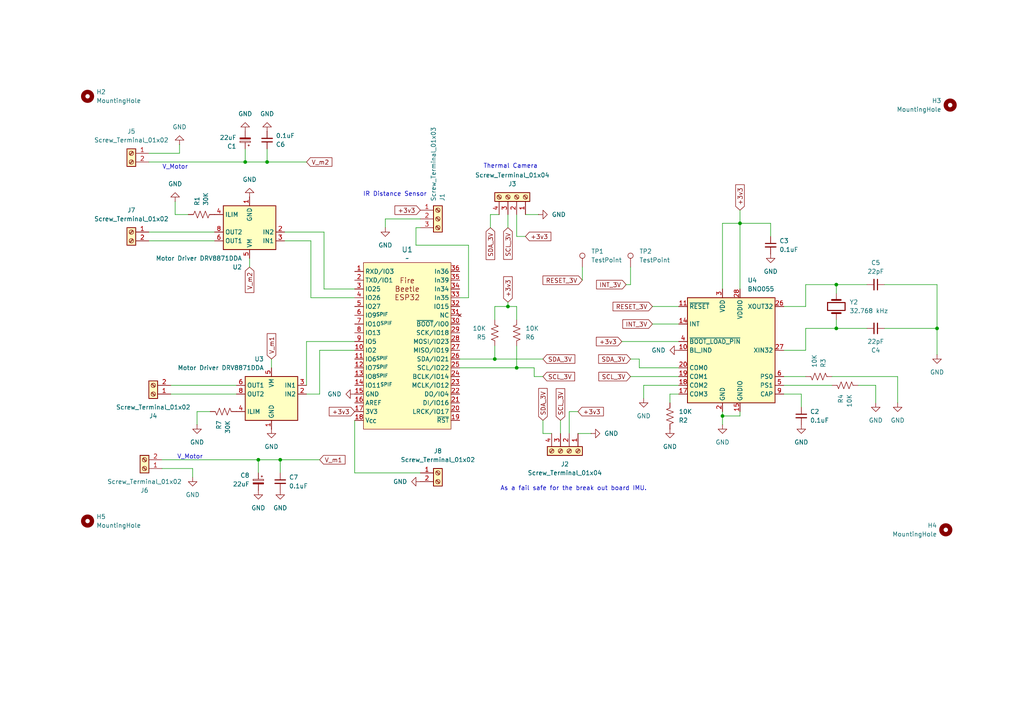
<source format=kicad_sch>
(kicad_sch
	(version 20231120)
	(generator "eeschema")
	(generator_version "8.0")
	(uuid "6e881e14-9694-4754-907c-a4a6a6c58496")
	(paper "A4")
	(title_block
		(title "Heat Seaking Predator Bot")
		(date "2024-10-17")
		(rev "0.01")
		(company "Balderama-Baez")
	)
	(lib_symbols
		(symbol "Connector:Screw_Terminal_01x02"
			(pin_names
				(offset 1.016) hide)
			(exclude_from_sim no)
			(in_bom yes)
			(on_board yes)
			(property "Reference" "J"
				(at 0 2.54 0)
				(effects
					(font
						(size 1.27 1.27)
					)
				)
			)
			(property "Value" "Screw_Terminal_01x02"
				(at 0 -5.08 0)
				(effects
					(font
						(size 1.27 1.27)
					)
				)
			)
			(property "Footprint" ""
				(at 0 0 0)
				(effects
					(font
						(size 1.27 1.27)
					)
					(hide yes)
				)
			)
			(property "Datasheet" "~"
				(at 0 0 0)
				(effects
					(font
						(size 1.27 1.27)
					)
					(hide yes)
				)
			)
			(property "Description" "Generic screw terminal, single row, 01x02, script generated (kicad-library-utils/schlib/autogen/connector/)"
				(at 0 0 0)
				(effects
					(font
						(size 1.27 1.27)
					)
					(hide yes)
				)
			)
			(property "ki_keywords" "screw terminal"
				(at 0 0 0)
				(effects
					(font
						(size 1.27 1.27)
					)
					(hide yes)
				)
			)
			(property "ki_fp_filters" "TerminalBlock*:*"
				(at 0 0 0)
				(effects
					(font
						(size 1.27 1.27)
					)
					(hide yes)
				)
			)
			(symbol "Screw_Terminal_01x02_1_1"
				(rectangle
					(start -1.27 1.27)
					(end 1.27 -3.81)
					(stroke
						(width 0.254)
						(type default)
					)
					(fill
						(type background)
					)
				)
				(circle
					(center 0 -2.54)
					(radius 0.635)
					(stroke
						(width 0.1524)
						(type default)
					)
					(fill
						(type none)
					)
				)
				(polyline
					(pts
						(xy -0.5334 -2.2098) (xy 0.3302 -3.048)
					)
					(stroke
						(width 0.1524)
						(type default)
					)
					(fill
						(type none)
					)
				)
				(polyline
					(pts
						(xy -0.5334 0.3302) (xy 0.3302 -0.508)
					)
					(stroke
						(width 0.1524)
						(type default)
					)
					(fill
						(type none)
					)
				)
				(polyline
					(pts
						(xy -0.3556 -2.032) (xy 0.508 -2.8702)
					)
					(stroke
						(width 0.1524)
						(type default)
					)
					(fill
						(type none)
					)
				)
				(polyline
					(pts
						(xy -0.3556 0.508) (xy 0.508 -0.3302)
					)
					(stroke
						(width 0.1524)
						(type default)
					)
					(fill
						(type none)
					)
				)
				(circle
					(center 0 0)
					(radius 0.635)
					(stroke
						(width 0.1524)
						(type default)
					)
					(fill
						(type none)
					)
				)
				(pin passive line
					(at -5.08 0 0)
					(length 3.81)
					(name "Pin_1"
						(effects
							(font
								(size 1.27 1.27)
							)
						)
					)
					(number "1"
						(effects
							(font
								(size 1.27 1.27)
							)
						)
					)
				)
				(pin passive line
					(at -5.08 -2.54 0)
					(length 3.81)
					(name "Pin_2"
						(effects
							(font
								(size 1.27 1.27)
							)
						)
					)
					(number "2"
						(effects
							(font
								(size 1.27 1.27)
							)
						)
					)
				)
			)
		)
		(symbol "Connector:Screw_Terminal_01x03"
			(pin_names
				(offset 1.016) hide)
			(exclude_from_sim no)
			(in_bom yes)
			(on_board yes)
			(property "Reference" "J"
				(at 0 5.08 0)
				(effects
					(font
						(size 1.27 1.27)
					)
				)
			)
			(property "Value" "Screw_Terminal_01x03"
				(at 0 -5.08 0)
				(effects
					(font
						(size 1.27 1.27)
					)
				)
			)
			(property "Footprint" ""
				(at 0 0 0)
				(effects
					(font
						(size 1.27 1.27)
					)
					(hide yes)
				)
			)
			(property "Datasheet" "~"
				(at 0 0 0)
				(effects
					(font
						(size 1.27 1.27)
					)
					(hide yes)
				)
			)
			(property "Description" "Generic screw terminal, single row, 01x03, script generated (kicad-library-utils/schlib/autogen/connector/)"
				(at 0 0 0)
				(effects
					(font
						(size 1.27 1.27)
					)
					(hide yes)
				)
			)
			(property "ki_keywords" "screw terminal"
				(at 0 0 0)
				(effects
					(font
						(size 1.27 1.27)
					)
					(hide yes)
				)
			)
			(property "ki_fp_filters" "TerminalBlock*:*"
				(at 0 0 0)
				(effects
					(font
						(size 1.27 1.27)
					)
					(hide yes)
				)
			)
			(symbol "Screw_Terminal_01x03_1_1"
				(rectangle
					(start -1.27 3.81)
					(end 1.27 -3.81)
					(stroke
						(width 0.254)
						(type default)
					)
					(fill
						(type background)
					)
				)
				(circle
					(center 0 -2.54)
					(radius 0.635)
					(stroke
						(width 0.1524)
						(type default)
					)
					(fill
						(type none)
					)
				)
				(polyline
					(pts
						(xy -0.5334 -2.2098) (xy 0.3302 -3.048)
					)
					(stroke
						(width 0.1524)
						(type default)
					)
					(fill
						(type none)
					)
				)
				(polyline
					(pts
						(xy -0.5334 0.3302) (xy 0.3302 -0.508)
					)
					(stroke
						(width 0.1524)
						(type default)
					)
					(fill
						(type none)
					)
				)
				(polyline
					(pts
						(xy -0.5334 2.8702) (xy 0.3302 2.032)
					)
					(stroke
						(width 0.1524)
						(type default)
					)
					(fill
						(type none)
					)
				)
				(polyline
					(pts
						(xy -0.3556 -2.032) (xy 0.508 -2.8702)
					)
					(stroke
						(width 0.1524)
						(type default)
					)
					(fill
						(type none)
					)
				)
				(polyline
					(pts
						(xy -0.3556 0.508) (xy 0.508 -0.3302)
					)
					(stroke
						(width 0.1524)
						(type default)
					)
					(fill
						(type none)
					)
				)
				(polyline
					(pts
						(xy -0.3556 3.048) (xy 0.508 2.2098)
					)
					(stroke
						(width 0.1524)
						(type default)
					)
					(fill
						(type none)
					)
				)
				(circle
					(center 0 0)
					(radius 0.635)
					(stroke
						(width 0.1524)
						(type default)
					)
					(fill
						(type none)
					)
				)
				(circle
					(center 0 2.54)
					(radius 0.635)
					(stroke
						(width 0.1524)
						(type default)
					)
					(fill
						(type none)
					)
				)
				(pin passive line
					(at -5.08 2.54 0)
					(length 3.81)
					(name "Pin_1"
						(effects
							(font
								(size 1.27 1.27)
							)
						)
					)
					(number "1"
						(effects
							(font
								(size 1.27 1.27)
							)
						)
					)
				)
				(pin passive line
					(at -5.08 0 0)
					(length 3.81)
					(name "Pin_2"
						(effects
							(font
								(size 1.27 1.27)
							)
						)
					)
					(number "2"
						(effects
							(font
								(size 1.27 1.27)
							)
						)
					)
				)
				(pin passive line
					(at -5.08 -2.54 0)
					(length 3.81)
					(name "Pin_3"
						(effects
							(font
								(size 1.27 1.27)
							)
						)
					)
					(number "3"
						(effects
							(font
								(size 1.27 1.27)
							)
						)
					)
				)
			)
		)
		(symbol "Connector:Screw_Terminal_01x04"
			(pin_names
				(offset 1.016) hide)
			(exclude_from_sim no)
			(in_bom yes)
			(on_board yes)
			(property "Reference" "J"
				(at 0 5.08 0)
				(effects
					(font
						(size 1.27 1.27)
					)
				)
			)
			(property "Value" "Screw_Terminal_01x04"
				(at 0 -7.62 0)
				(effects
					(font
						(size 1.27 1.27)
					)
				)
			)
			(property "Footprint" ""
				(at 0 0 0)
				(effects
					(font
						(size 1.27 1.27)
					)
					(hide yes)
				)
			)
			(property "Datasheet" "~"
				(at 0 0 0)
				(effects
					(font
						(size 1.27 1.27)
					)
					(hide yes)
				)
			)
			(property "Description" "Generic screw terminal, single row, 01x04, script generated (kicad-library-utils/schlib/autogen/connector/)"
				(at 0 0 0)
				(effects
					(font
						(size 1.27 1.27)
					)
					(hide yes)
				)
			)
			(property "ki_keywords" "screw terminal"
				(at 0 0 0)
				(effects
					(font
						(size 1.27 1.27)
					)
					(hide yes)
				)
			)
			(property "ki_fp_filters" "TerminalBlock*:*"
				(at 0 0 0)
				(effects
					(font
						(size 1.27 1.27)
					)
					(hide yes)
				)
			)
			(symbol "Screw_Terminal_01x04_1_1"
				(rectangle
					(start -1.27 3.81)
					(end 1.27 -6.35)
					(stroke
						(width 0.254)
						(type default)
					)
					(fill
						(type background)
					)
				)
				(circle
					(center 0 -5.08)
					(radius 0.635)
					(stroke
						(width 0.1524)
						(type default)
					)
					(fill
						(type none)
					)
				)
				(circle
					(center 0 -2.54)
					(radius 0.635)
					(stroke
						(width 0.1524)
						(type default)
					)
					(fill
						(type none)
					)
				)
				(polyline
					(pts
						(xy -0.5334 -4.7498) (xy 0.3302 -5.588)
					)
					(stroke
						(width 0.1524)
						(type default)
					)
					(fill
						(type none)
					)
				)
				(polyline
					(pts
						(xy -0.5334 -2.2098) (xy 0.3302 -3.048)
					)
					(stroke
						(width 0.1524)
						(type default)
					)
					(fill
						(type none)
					)
				)
				(polyline
					(pts
						(xy -0.5334 0.3302) (xy 0.3302 -0.508)
					)
					(stroke
						(width 0.1524)
						(type default)
					)
					(fill
						(type none)
					)
				)
				(polyline
					(pts
						(xy -0.5334 2.8702) (xy 0.3302 2.032)
					)
					(stroke
						(width 0.1524)
						(type default)
					)
					(fill
						(type none)
					)
				)
				(polyline
					(pts
						(xy -0.3556 -4.572) (xy 0.508 -5.4102)
					)
					(stroke
						(width 0.1524)
						(type default)
					)
					(fill
						(type none)
					)
				)
				(polyline
					(pts
						(xy -0.3556 -2.032) (xy 0.508 -2.8702)
					)
					(stroke
						(width 0.1524)
						(type default)
					)
					(fill
						(type none)
					)
				)
				(polyline
					(pts
						(xy -0.3556 0.508) (xy 0.508 -0.3302)
					)
					(stroke
						(width 0.1524)
						(type default)
					)
					(fill
						(type none)
					)
				)
				(polyline
					(pts
						(xy -0.3556 3.048) (xy 0.508 2.2098)
					)
					(stroke
						(width 0.1524)
						(type default)
					)
					(fill
						(type none)
					)
				)
				(circle
					(center 0 0)
					(radius 0.635)
					(stroke
						(width 0.1524)
						(type default)
					)
					(fill
						(type none)
					)
				)
				(circle
					(center 0 2.54)
					(radius 0.635)
					(stroke
						(width 0.1524)
						(type default)
					)
					(fill
						(type none)
					)
				)
				(pin passive line
					(at -5.08 2.54 0)
					(length 3.81)
					(name "Pin_1"
						(effects
							(font
								(size 1.27 1.27)
							)
						)
					)
					(number "1"
						(effects
							(font
								(size 1.27 1.27)
							)
						)
					)
				)
				(pin passive line
					(at -5.08 0 0)
					(length 3.81)
					(name "Pin_2"
						(effects
							(font
								(size 1.27 1.27)
							)
						)
					)
					(number "2"
						(effects
							(font
								(size 1.27 1.27)
							)
						)
					)
				)
				(pin passive line
					(at -5.08 -2.54 0)
					(length 3.81)
					(name "Pin_3"
						(effects
							(font
								(size 1.27 1.27)
							)
						)
					)
					(number "3"
						(effects
							(font
								(size 1.27 1.27)
							)
						)
					)
				)
				(pin passive line
					(at -5.08 -5.08 0)
					(length 3.81)
					(name "Pin_4"
						(effects
							(font
								(size 1.27 1.27)
							)
						)
					)
					(number "4"
						(effects
							(font
								(size 1.27 1.27)
							)
						)
					)
				)
			)
		)
		(symbol "Connector:TestPoint"
			(pin_numbers hide)
			(pin_names
				(offset 0.762) hide)
			(exclude_from_sim no)
			(in_bom yes)
			(on_board yes)
			(property "Reference" "TP"
				(at 0 6.858 0)
				(effects
					(font
						(size 1.27 1.27)
					)
				)
			)
			(property "Value" "TestPoint"
				(at 0 5.08 0)
				(effects
					(font
						(size 1.27 1.27)
					)
				)
			)
			(property "Footprint" ""
				(at 5.08 0 0)
				(effects
					(font
						(size 1.27 1.27)
					)
					(hide yes)
				)
			)
			(property "Datasheet" "~"
				(at 5.08 0 0)
				(effects
					(font
						(size 1.27 1.27)
					)
					(hide yes)
				)
			)
			(property "Description" "test point"
				(at 0 0 0)
				(effects
					(font
						(size 1.27 1.27)
					)
					(hide yes)
				)
			)
			(property "ki_keywords" "test point tp"
				(at 0 0 0)
				(effects
					(font
						(size 1.27 1.27)
					)
					(hide yes)
				)
			)
			(property "ki_fp_filters" "Pin* Test*"
				(at 0 0 0)
				(effects
					(font
						(size 1.27 1.27)
					)
					(hide yes)
				)
			)
			(symbol "TestPoint_0_1"
				(circle
					(center 0 3.302)
					(radius 0.762)
					(stroke
						(width 0)
						(type default)
					)
					(fill
						(type none)
					)
				)
			)
			(symbol "TestPoint_1_1"
				(pin passive line
					(at 0 0 90)
					(length 2.54)
					(name "1"
						(effects
							(font
								(size 1.27 1.27)
							)
						)
					)
					(number "1"
						(effects
							(font
								(size 1.27 1.27)
							)
						)
					)
				)
			)
		)
		(symbol "Device:C_Polarized_Small"
			(pin_numbers hide)
			(pin_names
				(offset 0.254) hide)
			(exclude_from_sim no)
			(in_bom yes)
			(on_board yes)
			(property "Reference" "C"
				(at 0.254 1.778 0)
				(effects
					(font
						(size 1.27 1.27)
					)
					(justify left)
				)
			)
			(property "Value" "C_Polarized_Small"
				(at 0.254 -2.032 0)
				(effects
					(font
						(size 1.27 1.27)
					)
					(justify left)
				)
			)
			(property "Footprint" ""
				(at 0 0 0)
				(effects
					(font
						(size 1.27 1.27)
					)
					(hide yes)
				)
			)
			(property "Datasheet" "~"
				(at 0 0 0)
				(effects
					(font
						(size 1.27 1.27)
					)
					(hide yes)
				)
			)
			(property "Description" "Polarized capacitor, small symbol"
				(at 0 0 0)
				(effects
					(font
						(size 1.27 1.27)
					)
					(hide yes)
				)
			)
			(property "ki_keywords" "cap capacitor"
				(at 0 0 0)
				(effects
					(font
						(size 1.27 1.27)
					)
					(hide yes)
				)
			)
			(property "ki_fp_filters" "CP_*"
				(at 0 0 0)
				(effects
					(font
						(size 1.27 1.27)
					)
					(hide yes)
				)
			)
			(symbol "C_Polarized_Small_0_1"
				(rectangle
					(start -1.524 -0.3048)
					(end 1.524 -0.6858)
					(stroke
						(width 0)
						(type default)
					)
					(fill
						(type outline)
					)
				)
				(rectangle
					(start -1.524 0.6858)
					(end 1.524 0.3048)
					(stroke
						(width 0)
						(type default)
					)
					(fill
						(type none)
					)
				)
				(polyline
					(pts
						(xy -1.27 1.524) (xy -0.762 1.524)
					)
					(stroke
						(width 0)
						(type default)
					)
					(fill
						(type none)
					)
				)
				(polyline
					(pts
						(xy -1.016 1.27) (xy -1.016 1.778)
					)
					(stroke
						(width 0)
						(type default)
					)
					(fill
						(type none)
					)
				)
			)
			(symbol "C_Polarized_Small_1_1"
				(pin passive line
					(at 0 2.54 270)
					(length 1.8542)
					(name "~"
						(effects
							(font
								(size 1.27 1.27)
							)
						)
					)
					(number "1"
						(effects
							(font
								(size 1.27 1.27)
							)
						)
					)
				)
				(pin passive line
					(at 0 -2.54 90)
					(length 1.8542)
					(name "~"
						(effects
							(font
								(size 1.27 1.27)
							)
						)
					)
					(number "2"
						(effects
							(font
								(size 1.27 1.27)
							)
						)
					)
				)
			)
		)
		(symbol "Device:C_Small"
			(pin_numbers hide)
			(pin_names
				(offset 0.254) hide)
			(exclude_from_sim no)
			(in_bom yes)
			(on_board yes)
			(property "Reference" "C"
				(at 0.254 1.778 0)
				(effects
					(font
						(size 1.27 1.27)
					)
					(justify left)
				)
			)
			(property "Value" "C_Small"
				(at 0.254 -2.032 0)
				(effects
					(font
						(size 1.27 1.27)
					)
					(justify left)
				)
			)
			(property "Footprint" ""
				(at 0 0 0)
				(effects
					(font
						(size 1.27 1.27)
					)
					(hide yes)
				)
			)
			(property "Datasheet" "~"
				(at 0 0 0)
				(effects
					(font
						(size 1.27 1.27)
					)
					(hide yes)
				)
			)
			(property "Description" "Unpolarized capacitor, small symbol"
				(at 0 0 0)
				(effects
					(font
						(size 1.27 1.27)
					)
					(hide yes)
				)
			)
			(property "ki_keywords" "capacitor cap"
				(at 0 0 0)
				(effects
					(font
						(size 1.27 1.27)
					)
					(hide yes)
				)
			)
			(property "ki_fp_filters" "C_*"
				(at 0 0 0)
				(effects
					(font
						(size 1.27 1.27)
					)
					(hide yes)
				)
			)
			(symbol "C_Small_0_1"
				(polyline
					(pts
						(xy -1.524 -0.508) (xy 1.524 -0.508)
					)
					(stroke
						(width 0.3302)
						(type default)
					)
					(fill
						(type none)
					)
				)
				(polyline
					(pts
						(xy -1.524 0.508) (xy 1.524 0.508)
					)
					(stroke
						(width 0.3048)
						(type default)
					)
					(fill
						(type none)
					)
				)
			)
			(symbol "C_Small_1_1"
				(pin passive line
					(at 0 2.54 270)
					(length 2.032)
					(name "~"
						(effects
							(font
								(size 1.27 1.27)
							)
						)
					)
					(number "1"
						(effects
							(font
								(size 1.27 1.27)
							)
						)
					)
				)
				(pin passive line
					(at 0 -2.54 90)
					(length 2.032)
					(name "~"
						(effects
							(font
								(size 1.27 1.27)
							)
						)
					)
					(number "2"
						(effects
							(font
								(size 1.27 1.27)
							)
						)
					)
				)
			)
		)
		(symbol "Device:Crystal"
			(pin_numbers hide)
			(pin_names
				(offset 1.016) hide)
			(exclude_from_sim no)
			(in_bom yes)
			(on_board yes)
			(property "Reference" "Y"
				(at 0 3.81 0)
				(effects
					(font
						(size 1.27 1.27)
					)
				)
			)
			(property "Value" "Crystal"
				(at 0 -3.81 0)
				(effects
					(font
						(size 1.27 1.27)
					)
				)
			)
			(property "Footprint" ""
				(at 0 0 0)
				(effects
					(font
						(size 1.27 1.27)
					)
					(hide yes)
				)
			)
			(property "Datasheet" "~"
				(at 0 0 0)
				(effects
					(font
						(size 1.27 1.27)
					)
					(hide yes)
				)
			)
			(property "Description" "Two pin crystal"
				(at 0 0 0)
				(effects
					(font
						(size 1.27 1.27)
					)
					(hide yes)
				)
			)
			(property "ki_keywords" "quartz ceramic resonator oscillator"
				(at 0 0 0)
				(effects
					(font
						(size 1.27 1.27)
					)
					(hide yes)
				)
			)
			(property "ki_fp_filters" "Crystal*"
				(at 0 0 0)
				(effects
					(font
						(size 1.27 1.27)
					)
					(hide yes)
				)
			)
			(symbol "Crystal_0_1"
				(rectangle
					(start -1.143 2.54)
					(end 1.143 -2.54)
					(stroke
						(width 0.3048)
						(type default)
					)
					(fill
						(type none)
					)
				)
				(polyline
					(pts
						(xy -2.54 0) (xy -1.905 0)
					)
					(stroke
						(width 0)
						(type default)
					)
					(fill
						(type none)
					)
				)
				(polyline
					(pts
						(xy -1.905 -1.27) (xy -1.905 1.27)
					)
					(stroke
						(width 0.508)
						(type default)
					)
					(fill
						(type none)
					)
				)
				(polyline
					(pts
						(xy 1.905 -1.27) (xy 1.905 1.27)
					)
					(stroke
						(width 0.508)
						(type default)
					)
					(fill
						(type none)
					)
				)
				(polyline
					(pts
						(xy 2.54 0) (xy 1.905 0)
					)
					(stroke
						(width 0)
						(type default)
					)
					(fill
						(type none)
					)
				)
			)
			(symbol "Crystal_1_1"
				(pin passive line
					(at -3.81 0 0)
					(length 1.27)
					(name "1"
						(effects
							(font
								(size 1.27 1.27)
							)
						)
					)
					(number "1"
						(effects
							(font
								(size 1.27 1.27)
							)
						)
					)
				)
				(pin passive line
					(at 3.81 0 180)
					(length 1.27)
					(name "2"
						(effects
							(font
								(size 1.27 1.27)
							)
						)
					)
					(number "2"
						(effects
							(font
								(size 1.27 1.27)
							)
						)
					)
				)
			)
		)
		(symbol "Device:R_US"
			(pin_numbers hide)
			(pin_names
				(offset 0)
			)
			(exclude_from_sim no)
			(in_bom yes)
			(on_board yes)
			(property "Reference" "R"
				(at 2.54 0 90)
				(effects
					(font
						(size 1.27 1.27)
					)
				)
			)
			(property "Value" "R_US"
				(at -2.54 0 90)
				(effects
					(font
						(size 1.27 1.27)
					)
				)
			)
			(property "Footprint" ""
				(at 1.016 -0.254 90)
				(effects
					(font
						(size 1.27 1.27)
					)
					(hide yes)
				)
			)
			(property "Datasheet" "~"
				(at 0 0 0)
				(effects
					(font
						(size 1.27 1.27)
					)
					(hide yes)
				)
			)
			(property "Description" "Resistor, US symbol"
				(at 0 0 0)
				(effects
					(font
						(size 1.27 1.27)
					)
					(hide yes)
				)
			)
			(property "ki_keywords" "R res resistor"
				(at 0 0 0)
				(effects
					(font
						(size 1.27 1.27)
					)
					(hide yes)
				)
			)
			(property "ki_fp_filters" "R_*"
				(at 0 0 0)
				(effects
					(font
						(size 1.27 1.27)
					)
					(hide yes)
				)
			)
			(symbol "R_US_0_1"
				(polyline
					(pts
						(xy 0 -2.286) (xy 0 -2.54)
					)
					(stroke
						(width 0)
						(type default)
					)
					(fill
						(type none)
					)
				)
				(polyline
					(pts
						(xy 0 2.286) (xy 0 2.54)
					)
					(stroke
						(width 0)
						(type default)
					)
					(fill
						(type none)
					)
				)
				(polyline
					(pts
						(xy 0 -0.762) (xy 1.016 -1.143) (xy 0 -1.524) (xy -1.016 -1.905) (xy 0 -2.286)
					)
					(stroke
						(width 0)
						(type default)
					)
					(fill
						(type none)
					)
				)
				(polyline
					(pts
						(xy 0 0.762) (xy 1.016 0.381) (xy 0 0) (xy -1.016 -0.381) (xy 0 -0.762)
					)
					(stroke
						(width 0)
						(type default)
					)
					(fill
						(type none)
					)
				)
				(polyline
					(pts
						(xy 0 2.286) (xy 1.016 1.905) (xy 0 1.524) (xy -1.016 1.143) (xy 0 0.762)
					)
					(stroke
						(width 0)
						(type default)
					)
					(fill
						(type none)
					)
				)
			)
			(symbol "R_US_1_1"
				(pin passive line
					(at 0 3.81 270)
					(length 1.27)
					(name "~"
						(effects
							(font
								(size 1.27 1.27)
							)
						)
					)
					(number "1"
						(effects
							(font
								(size 1.27 1.27)
							)
						)
					)
				)
				(pin passive line
					(at 0 -3.81 90)
					(length 1.27)
					(name "~"
						(effects
							(font
								(size 1.27 1.27)
							)
						)
					)
					(number "2"
						(effects
							(font
								(size 1.27 1.27)
							)
						)
					)
				)
			)
		)
		(symbol "Driver_Motor:DRV8871DDA"
			(exclude_from_sim no)
			(in_bom yes)
			(on_board yes)
			(property "Reference" "U"
				(at -6.35 6.35 0)
				(effects
					(font
						(size 1.27 1.27)
					)
				)
			)
			(property "Value" "DRV8871DDA"
				(at 8.89 6.35 0)
				(effects
					(font
						(size 1.27 1.27)
					)
				)
			)
			(property "Footprint" "Package_SO:Texas_HTSOP-8-1EP_3.9x4.9mm_P1.27mm_EP2.95x4.9mm_Mask2.4x3.1mm_ThermalVias"
				(at 6.35 -1.27 0)
				(effects
					(font
						(size 1.27 1.27)
					)
					(hide yes)
				)
			)
			(property "Datasheet" "http://www.ti.com/lit/ds/symlink/drv8871.pdf"
				(at 6.35 -1.27 0)
				(effects
					(font
						(size 1.27 1.27)
					)
					(hide yes)
				)
			)
			(property "Description" "Brushed DC Motor Driver, PWM Control, 45V, 3.6A, Current limiting, HTSOP-8"
				(at 0 0 0)
				(effects
					(font
						(size 1.27 1.27)
					)
					(hide yes)
				)
			)
			(property "ki_keywords" "H-bridge driver motor current limit"
				(at 0 0 0)
				(effects
					(font
						(size 1.27 1.27)
					)
					(hide yes)
				)
			)
			(property "ki_fp_filters" "Texas*HTSOP*1EP*3.9x4.9mm*P1.27mm*EP2.95x4.9mm*Mask2.4x3.1mm*"
				(at 0 0 0)
				(effects
					(font
						(size 1.27 1.27)
					)
					(hide yes)
				)
			)
			(symbol "DRV8871DDA_0_1"
				(rectangle
					(start -7.62 5.08)
					(end 7.62 -7.62)
					(stroke
						(width 0.254)
						(type default)
					)
					(fill
						(type background)
					)
				)
			)
			(symbol "DRV8871DDA_1_1"
				(pin power_in line
					(at 0 -10.16 90)
					(length 2.54)
					(name "GND"
						(effects
							(font
								(size 1.27 1.27)
							)
						)
					)
					(number "1"
						(effects
							(font
								(size 1.27 1.27)
							)
						)
					)
				)
				(pin input line
					(at -10.16 0 0)
					(length 2.54)
					(name "IN2"
						(effects
							(font
								(size 1.27 1.27)
							)
						)
					)
					(number "2"
						(effects
							(font
								(size 1.27 1.27)
							)
						)
					)
				)
				(pin input line
					(at -10.16 2.54 0)
					(length 2.54)
					(name "IN1"
						(effects
							(font
								(size 1.27 1.27)
							)
						)
					)
					(number "3"
						(effects
							(font
								(size 1.27 1.27)
							)
						)
					)
				)
				(pin passive line
					(at 10.16 -5.08 180)
					(length 2.54)
					(name "ILIM"
						(effects
							(font
								(size 1.27 1.27)
							)
						)
					)
					(number "4"
						(effects
							(font
								(size 1.27 1.27)
							)
						)
					)
				)
				(pin power_in line
					(at 0 7.62 270)
					(length 2.54)
					(name "VM"
						(effects
							(font
								(size 1.27 1.27)
							)
						)
					)
					(number "5"
						(effects
							(font
								(size 1.27 1.27)
							)
						)
					)
				)
				(pin output line
					(at 10.16 2.54 180)
					(length 2.54)
					(name "OUT1"
						(effects
							(font
								(size 1.27 1.27)
							)
						)
					)
					(number "6"
						(effects
							(font
								(size 1.27 1.27)
							)
						)
					)
				)
				(pin passive line
					(at 0 -10.16 90)
					(length 2.54) hide
					(name "GND"
						(effects
							(font
								(size 1.27 1.27)
							)
						)
					)
					(number "7"
						(effects
							(font
								(size 1.27 1.27)
							)
						)
					)
				)
				(pin output line
					(at 10.16 0 180)
					(length 2.54)
					(name "OUT2"
						(effects
							(font
								(size 1.27 1.27)
							)
						)
					)
					(number "8"
						(effects
							(font
								(size 1.27 1.27)
							)
						)
					)
				)
				(pin passive line
					(at 0 -10.16 90)
					(length 2.54) hide
					(name "GND"
						(effects
							(font
								(size 1.27 1.27)
							)
						)
					)
					(number "9"
						(effects
							(font
								(size 1.27 1.27)
							)
						)
					)
				)
			)
		)
		(symbol "ME507F24:FireBeetle-ESP32"
			(exclude_from_sim no)
			(in_bom yes)
			(on_board yes)
			(property "Reference" "U"
				(at -2.2226 9.1862 0)
				(effects
					(font
						(size 1.524 1.524)
					)
				)
			)
			(property "Value" ""
				(at 0 0 0)
				(effects
					(font
						(size 1.27 1.27)
					)
				)
			)
			(property "Footprint" "ME507F24:FireBeetle-ESP32"
				(at 0 1.016 0)
				(effects
					(font
						(size 0.762 0.762)
					)
					(hide yes)
				)
			)
			(property "Datasheet" "https://www.dfrobot.com/product-1590.html"
				(at 0 -1.27 0)
				(effects
					(font
						(size 0.635 0.635)
					)
					(hide yes)
				)
			)
			(property "Description" ""
				(at 0 0 0)
				(effects
					(font
						(size 1.27 1.27)
					)
					(hide yes)
				)
			)
			(symbol "FireBeetle-ESP32_1_1"
				(polyline
					(pts
						(xy -12.7 22.86) (xy 12.7 22.86) (xy 12.7 -25.4) (xy -12.7 -25.4) (xy -12.7 22.86)
					)
					(stroke
						(width 0)
						(type default)
					)
					(fill
						(type background)
					)
				)
				(text "Fire\nBeetle\nESP32"
					(at 0 15.24 0)
					(effects
						(font
							(size 1.524 1.524)
						)
					)
				)
				(pin bidirectional line
					(at -15.24 20.32 0)
					(length 2.54)
					(name "RXD/IO3"
						(effects
							(font
								(size 1.27 1.27)
							)
						)
					)
					(number "1"
						(effects
							(font
								(size 1.27 1.27)
							)
						)
					)
				)
				(pin bidirectional line
					(at -15.24 -2.54 0)
					(length 2.54)
					(name "IO2"
						(effects
							(font
								(size 1.27 1.27)
							)
						)
					)
					(number "10"
						(effects
							(font
								(size 1.27 1.27)
							)
						)
					)
				)
				(pin unspecified line
					(at -15.24 -5.08 0)
					(length 2.54)
					(name "IO6^{SPIF}"
						(effects
							(font
								(size 1.27 1.27)
							)
						)
					)
					(number "11"
						(effects
							(font
								(size 1.27 1.27)
							)
						)
					)
				)
				(pin unspecified line
					(at -15.24 -7.62 0)
					(length 2.54)
					(name "IO7^{SPIF}"
						(effects
							(font
								(size 1.27 1.27)
							)
						)
					)
					(number "12"
						(effects
							(font
								(size 1.27 1.27)
							)
						)
					)
				)
				(pin unspecified line
					(at -15.24 -10.16 0)
					(length 2.54)
					(name "IO8^{SPIF}"
						(effects
							(font
								(size 1.27 1.27)
							)
						)
					)
					(number "13"
						(effects
							(font
								(size 1.27 1.27)
							)
						)
					)
				)
				(pin unspecified line
					(at -15.24 -12.7 0)
					(length 2.54)
					(name "IO11^{SPIF}"
						(effects
							(font
								(size 1.27 1.27)
							)
						)
					)
					(number "14"
						(effects
							(font
								(size 1.27 1.27)
							)
						)
					)
				)
				(pin power_in line
					(at -15.24 -15.24 0)
					(length 2.54)
					(name "GND"
						(effects
							(font
								(size 1.27 1.27)
							)
						)
					)
					(number "15"
						(effects
							(font
								(size 1.27 1.27)
							)
						)
					)
				)
				(pin input line
					(at -15.24 -17.78 0)
					(length 2.54)
					(name "AREF"
						(effects
							(font
								(size 1.27 1.27)
							)
						)
					)
					(number "16"
						(effects
							(font
								(size 1.27 1.27)
							)
						)
					)
				)
				(pin power_out line
					(at -15.24 -20.32 0)
					(length 2.54)
					(name "3V3"
						(effects
							(font
								(size 1.27 1.27)
							)
						)
					)
					(number "17"
						(effects
							(font
								(size 1.27 1.27)
							)
						)
					)
				)
				(pin unspecified line
					(at -15.24 -22.86 0)
					(length 2.54)
					(name "V_{CC}"
						(effects
							(font
								(size 1.27 1.27)
							)
						)
					)
					(number "18"
						(effects
							(font
								(size 1.27 1.27)
							)
						)
					)
				)
				(pin bidirectional line
					(at 15.24 -22.86 180)
					(length 2.54)
					(name "~{RST}"
						(effects
							(font
								(size 1.27 1.27)
							)
						)
					)
					(number "19"
						(effects
							(font
								(size 1.27 1.27)
							)
						)
					)
				)
				(pin bidirectional line
					(at -15.24 17.78 0)
					(length 2.54)
					(name "TXD/IO1"
						(effects
							(font
								(size 1.27 1.27)
							)
						)
					)
					(number "2"
						(effects
							(font
								(size 1.27 1.27)
							)
						)
					)
				)
				(pin bidirectional line
					(at 15.24 -20.32 180)
					(length 2.54)
					(name "LRCK/IO17"
						(effects
							(font
								(size 1.27 1.27)
							)
						)
					)
					(number "20"
						(effects
							(font
								(size 1.27 1.27)
							)
						)
					)
				)
				(pin bidirectional line
					(at 15.24 -17.78 180)
					(length 2.54)
					(name "DI/IO16"
						(effects
							(font
								(size 1.27 1.27)
							)
						)
					)
					(number "21"
						(effects
							(font
								(size 1.27 1.27)
							)
						)
					)
				)
				(pin bidirectional line
					(at 15.24 -15.24 180)
					(length 2.54)
					(name "DO/IO4"
						(effects
							(font
								(size 1.27 1.27)
							)
						)
					)
					(number "22"
						(effects
							(font
								(size 1.27 1.27)
							)
						)
					)
				)
				(pin bidirectional line
					(at 15.24 -12.7 180)
					(length 2.54)
					(name "MCLK/IO12"
						(effects
							(font
								(size 1.27 1.27)
							)
						)
					)
					(number "23"
						(effects
							(font
								(size 1.27 1.27)
							)
						)
					)
				)
				(pin bidirectional line
					(at 15.24 -10.16 180)
					(length 2.54)
					(name "BCLK/IO14"
						(effects
							(font
								(size 1.27 1.27)
							)
						)
					)
					(number "24"
						(effects
							(font
								(size 1.27 1.27)
							)
						)
					)
				)
				(pin bidirectional line
					(at 15.24 -7.62 180)
					(length 2.54)
					(name "SCL/IO22"
						(effects
							(font
								(size 1.27 1.27)
							)
						)
					)
					(number "25"
						(effects
							(font
								(size 1.27 1.27)
							)
						)
					)
				)
				(pin bidirectional line
					(at 15.24 -5.08 180)
					(length 2.54)
					(name "SDA/IO21"
						(effects
							(font
								(size 1.27 1.27)
							)
						)
					)
					(number "26"
						(effects
							(font
								(size 1.27 1.27)
							)
						)
					)
				)
				(pin bidirectional line
					(at 15.24 -2.54 180)
					(length 2.54)
					(name "MISO/IO19"
						(effects
							(font
								(size 1.27 1.27)
							)
						)
					)
					(number "27"
						(effects
							(font
								(size 1.27 1.27)
							)
						)
					)
				)
				(pin bidirectional line
					(at 15.24 0 180)
					(length 2.54)
					(name "MOSI/IO23"
						(effects
							(font
								(size 1.27 1.27)
							)
						)
					)
					(number "28"
						(effects
							(font
								(size 1.27 1.27)
							)
						)
					)
				)
				(pin bidirectional line
					(at 15.24 2.54 180)
					(length 2.54)
					(name "SCK/IO18"
						(effects
							(font
								(size 1.27 1.27)
							)
						)
					)
					(number "29"
						(effects
							(font
								(size 1.27 1.27)
							)
						)
					)
				)
				(pin bidirectional line
					(at -15.24 15.24 0)
					(length 2.54)
					(name "IO25"
						(effects
							(font
								(size 1.27 1.27)
							)
						)
					)
					(number "3"
						(effects
							(font
								(size 1.27 1.27)
							)
						)
					)
				)
				(pin bidirectional line
					(at 15.24 5.08 180)
					(length 2.54)
					(name "~{BOOT}/IO0"
						(effects
							(font
								(size 1.27 1.27)
							)
						)
					)
					(number "30"
						(effects
							(font
								(size 1.27 1.27)
							)
						)
					)
				)
				(pin no_connect line
					(at 15.24 7.62 180)
					(length 2.54)
					(name "NC"
						(effects
							(font
								(size 1.27 1.27)
							)
						)
					)
					(number "31"
						(effects
							(font
								(size 1.27 1.27)
							)
						)
					)
				)
				(pin bidirectional line
					(at 15.24 10.16 180)
					(length 2.54)
					(name "IO15"
						(effects
							(font
								(size 1.27 1.27)
							)
						)
					)
					(number "32"
						(effects
							(font
								(size 1.27 1.27)
							)
						)
					)
				)
				(pin input line
					(at 15.24 12.7 180)
					(length 2.54)
					(name "In35"
						(effects
							(font
								(size 1.27 1.27)
							)
						)
					)
					(number "33"
						(effects
							(font
								(size 1.27 1.27)
							)
						)
					)
				)
				(pin input line
					(at 15.24 15.24 180)
					(length 2.54)
					(name "In34"
						(effects
							(font
								(size 1.27 1.27)
							)
						)
					)
					(number "34"
						(effects
							(font
								(size 1.27 1.27)
							)
						)
					)
				)
				(pin input line
					(at 15.24 17.78 180)
					(length 2.54)
					(name "In39"
						(effects
							(font
								(size 1.27 1.27)
							)
						)
					)
					(number "35"
						(effects
							(font
								(size 1.27 1.27)
							)
						)
					)
				)
				(pin input line
					(at 15.24 20.32 180)
					(length 2.54)
					(name "In36"
						(effects
							(font
								(size 1.27 1.27)
							)
						)
					)
					(number "36"
						(effects
							(font
								(size 1.27 1.27)
							)
						)
					)
				)
				(pin bidirectional line
					(at -15.24 12.7 0)
					(length 2.54)
					(name "IO26"
						(effects
							(font
								(size 1.27 1.27)
							)
						)
					)
					(number "4"
						(effects
							(font
								(size 1.27 1.27)
							)
						)
					)
				)
				(pin bidirectional line
					(at -15.24 10.16 0)
					(length 2.54)
					(name "IO27"
						(effects
							(font
								(size 1.27 1.27)
							)
						)
					)
					(number "5"
						(effects
							(font
								(size 1.27 1.27)
							)
						)
					)
				)
				(pin unspecified line
					(at -15.24 7.62 0)
					(length 2.54)
					(name "IO9^{SPIF}"
						(effects
							(font
								(size 1.27 1.27)
							)
						)
					)
					(number "6"
						(effects
							(font
								(size 1.27 1.27)
							)
						)
					)
				)
				(pin unspecified line
					(at -15.24 5.08 0)
					(length 2.54)
					(name "IO10^{SPIF}"
						(effects
							(font
								(size 1.27 1.27)
							)
						)
					)
					(number "7"
						(effects
							(font
								(size 1.27 1.27)
							)
						)
					)
				)
				(pin bidirectional line
					(at -15.24 2.54 0)
					(length 2.54)
					(name "IO13"
						(effects
							(font
								(size 1.27 1.27)
							)
						)
					)
					(number "8"
						(effects
							(font
								(size 1.27 1.27)
							)
						)
					)
				)
				(pin bidirectional line
					(at -15.24 0 0)
					(length 2.54)
					(name "IO5"
						(effects
							(font
								(size 1.27 1.27)
							)
						)
					)
					(number "9"
						(effects
							(font
								(size 1.27 1.27)
							)
						)
					)
				)
			)
		)
		(symbol "Mechanical:MountingHole"
			(pin_names
				(offset 1.016)
			)
			(exclude_from_sim yes)
			(in_bom no)
			(on_board yes)
			(property "Reference" "H"
				(at 0 5.08 0)
				(effects
					(font
						(size 1.27 1.27)
					)
				)
			)
			(property "Value" "MountingHole"
				(at 0 3.175 0)
				(effects
					(font
						(size 1.27 1.27)
					)
				)
			)
			(property "Footprint" ""
				(at 0 0 0)
				(effects
					(font
						(size 1.27 1.27)
					)
					(hide yes)
				)
			)
			(property "Datasheet" "~"
				(at 0 0 0)
				(effects
					(font
						(size 1.27 1.27)
					)
					(hide yes)
				)
			)
			(property "Description" "Mounting Hole without connection"
				(at 0 0 0)
				(effects
					(font
						(size 1.27 1.27)
					)
					(hide yes)
				)
			)
			(property "ki_keywords" "mounting hole"
				(at 0 0 0)
				(effects
					(font
						(size 1.27 1.27)
					)
					(hide yes)
				)
			)
			(property "ki_fp_filters" "MountingHole*"
				(at 0 0 0)
				(effects
					(font
						(size 1.27 1.27)
					)
					(hide yes)
				)
			)
			(symbol "MountingHole_0_1"
				(circle
					(center 0 0)
					(radius 1.27)
					(stroke
						(width 1.27)
						(type default)
					)
					(fill
						(type none)
					)
				)
			)
		)
		(symbol "Sensor_Motion:BNO055"
			(exclude_from_sim no)
			(in_bom yes)
			(on_board yes)
			(property "Reference" "U"
				(at -11.43 16.51 0)
				(effects
					(font
						(size 1.27 1.27)
					)
					(justify right)
				)
			)
			(property "Value" "BNO055"
				(at 12.7 16.51 0)
				(effects
					(font
						(size 1.27 1.27)
					)
					(justify right)
				)
			)
			(property "Footprint" "Package_LGA:LGA-28_5.2x3.8mm_P0.5mm"
				(at 6.35 -16.51 0)
				(effects
					(font
						(size 1.27 1.27)
					)
					(justify left)
					(hide yes)
				)
			)
			(property "Datasheet" "https://www.bosch-sensortec.com/media/boschsensortec/downloads/datasheets/bst-bno055-ds000.pdf"
				(at 0 5.08 0)
				(effects
					(font
						(size 1.27 1.27)
					)
					(hide yes)
				)
			)
			(property "Description" "Intelligent 9-axis absolute orientation sensor, LGA-28"
				(at 0 0 0)
				(effects
					(font
						(size 1.27 1.27)
					)
					(hide yes)
				)
			)
			(property "ki_keywords" "IMU Sensor Fusion I2C UART"
				(at 0 0 0)
				(effects
					(font
						(size 1.27 1.27)
					)
					(hide yes)
				)
			)
			(property "ki_fp_filters" "LGA*5.2x3.8mm*P0.5mm*"
				(at 0 0 0)
				(effects
					(font
						(size 1.27 1.27)
					)
					(hide yes)
				)
			)
			(symbol "BNO055_0_1"
				(rectangle
					(start -12.7 15.24)
					(end 12.7 -15.24)
					(stroke
						(width 0.254)
						(type default)
					)
					(fill
						(type background)
					)
				)
			)
			(symbol "BNO055_1_1"
				(pin no_connect line
					(at -12.7 10.16 0)
					(length 2.54) hide
					(name "PIN1"
						(effects
							(font
								(size 1.27 1.27)
							)
						)
					)
					(number "1"
						(effects
							(font
								(size 1.27 1.27)
							)
						)
					)
				)
				(pin output line
					(at -15.24 0 0)
					(length 2.54)
					(name "BL_IND"
						(effects
							(font
								(size 1.27 1.27)
							)
						)
					)
					(number "10"
						(effects
							(font
								(size 1.27 1.27)
							)
						)
					)
				)
				(pin input line
					(at -15.24 12.7 0)
					(length 2.54)
					(name "~{RESET}"
						(effects
							(font
								(size 1.27 1.27)
							)
						)
					)
					(number "11"
						(effects
							(font
								(size 1.27 1.27)
							)
						)
					)
				)
				(pin no_connect line
					(at 12.7 10.16 180)
					(length 2.54) hide
					(name "PIN12"
						(effects
							(font
								(size 1.27 1.27)
							)
						)
					)
					(number "12"
						(effects
							(font
								(size 1.27 1.27)
							)
						)
					)
				)
				(pin no_connect line
					(at 12.7 7.62 180)
					(length 2.54) hide
					(name "PIN13"
						(effects
							(font
								(size 1.27 1.27)
							)
						)
					)
					(number "13"
						(effects
							(font
								(size 1.27 1.27)
							)
						)
					)
				)
				(pin output line
					(at -15.24 7.62 0)
					(length 2.54)
					(name "INT"
						(effects
							(font
								(size 1.27 1.27)
							)
						)
					)
					(number "14"
						(effects
							(font
								(size 1.27 1.27)
							)
						)
					)
				)
				(pin power_in line
					(at 2.54 -17.78 90)
					(length 2.54)
					(name "GNDIO"
						(effects
							(font
								(size 1.27 1.27)
							)
						)
					)
					(number "15"
						(effects
							(font
								(size 1.27 1.27)
							)
						)
					)
				)
				(pin passive line
					(at 2.54 -17.78 90)
					(length 2.54) hide
					(name "GNDIO"
						(effects
							(font
								(size 1.27 1.27)
							)
						)
					)
					(number "16"
						(effects
							(font
								(size 1.27 1.27)
							)
						)
					)
				)
				(pin input line
					(at -15.24 -12.7 0)
					(length 2.54)
					(name "COM3"
						(effects
							(font
								(size 1.27 1.27)
							)
						)
					)
					(number "17"
						(effects
							(font
								(size 1.27 1.27)
							)
						)
					)
				)
				(pin passive line
					(at -15.24 -10.16 0)
					(length 2.54)
					(name "COM2"
						(effects
							(font
								(size 1.27 1.27)
							)
						)
					)
					(number "18"
						(effects
							(font
								(size 1.27 1.27)
							)
						)
					)
				)
				(pin bidirectional line
					(at -15.24 -7.62 0)
					(length 2.54)
					(name "COM1"
						(effects
							(font
								(size 1.27 1.27)
							)
						)
					)
					(number "19"
						(effects
							(font
								(size 1.27 1.27)
							)
						)
					)
				)
				(pin power_in line
					(at -2.54 -17.78 90)
					(length 2.54)
					(name "GND"
						(effects
							(font
								(size 1.27 1.27)
							)
						)
					)
					(number "2"
						(effects
							(font
								(size 1.27 1.27)
							)
						)
					)
				)
				(pin bidirectional line
					(at -15.24 -5.08 0)
					(length 2.54)
					(name "COM0"
						(effects
							(font
								(size 1.27 1.27)
							)
						)
					)
					(number "20"
						(effects
							(font
								(size 1.27 1.27)
							)
						)
					)
				)
				(pin no_connect line
					(at 12.7 5.08 180)
					(length 2.54) hide
					(name "PIN21"
						(effects
							(font
								(size 1.27 1.27)
							)
						)
					)
					(number "21"
						(effects
							(font
								(size 1.27 1.27)
							)
						)
					)
				)
				(pin no_connect line
					(at 12.7 2.54 180)
					(length 2.54) hide
					(name "PIN22"
						(effects
							(font
								(size 1.27 1.27)
							)
						)
					)
					(number "22"
						(effects
							(font
								(size 1.27 1.27)
							)
						)
					)
				)
				(pin no_connect line
					(at 12.7 -2.54 180)
					(length 2.54) hide
					(name "PIN23"
						(effects
							(font
								(size 1.27 1.27)
							)
						)
					)
					(number "23"
						(effects
							(font
								(size 1.27 1.27)
							)
						)
					)
				)
				(pin no_connect line
					(at 12.7 -5.08 180)
					(length 2.54) hide
					(name "PIN24"
						(effects
							(font
								(size 1.27 1.27)
							)
						)
					)
					(number "24"
						(effects
							(font
								(size 1.27 1.27)
							)
						)
					)
				)
				(pin passive line
					(at 2.54 -17.78 90)
					(length 2.54) hide
					(name "GNDIO"
						(effects
							(font
								(size 1.27 1.27)
							)
						)
					)
					(number "25"
						(effects
							(font
								(size 1.27 1.27)
							)
						)
					)
				)
				(pin output line
					(at 15.24 12.7 180)
					(length 2.54)
					(name "XOUT32"
						(effects
							(font
								(size 1.27 1.27)
							)
						)
					)
					(number "26"
						(effects
							(font
								(size 1.27 1.27)
							)
						)
					)
				)
				(pin input line
					(at 15.24 0 180)
					(length 2.54)
					(name "XIN32"
						(effects
							(font
								(size 1.27 1.27)
							)
						)
					)
					(number "27"
						(effects
							(font
								(size 1.27 1.27)
							)
						)
					)
				)
				(pin power_in line
					(at 2.54 17.78 270)
					(length 2.54)
					(name "VDDIO"
						(effects
							(font
								(size 1.27 1.27)
							)
						)
					)
					(number "28"
						(effects
							(font
								(size 1.27 1.27)
							)
						)
					)
				)
				(pin power_in line
					(at -2.54 17.78 270)
					(length 2.54)
					(name "VDD"
						(effects
							(font
								(size 1.27 1.27)
							)
						)
					)
					(number "3"
						(effects
							(font
								(size 1.27 1.27)
							)
						)
					)
				)
				(pin input line
					(at -15.24 2.54 0)
					(length 2.54)
					(name "~{BOOT_LOAD_PIN}"
						(effects
							(font
								(size 1.27 1.27)
							)
						)
					)
					(number "4"
						(effects
							(font
								(size 1.27 1.27)
							)
						)
					)
				)
				(pin input line
					(at 15.24 -10.16 180)
					(length 2.54)
					(name "PS1"
						(effects
							(font
								(size 1.27 1.27)
							)
						)
					)
					(number "5"
						(effects
							(font
								(size 1.27 1.27)
							)
						)
					)
				)
				(pin input line
					(at 15.24 -7.62 180)
					(length 2.54)
					(name "PS0"
						(effects
							(font
								(size 1.27 1.27)
							)
						)
					)
					(number "6"
						(effects
							(font
								(size 1.27 1.27)
							)
						)
					)
				)
				(pin no_connect line
					(at -12.7 5.08 0)
					(length 2.54) hide
					(name "PIN7"
						(effects
							(font
								(size 1.27 1.27)
							)
						)
					)
					(number "7"
						(effects
							(font
								(size 1.27 1.27)
							)
						)
					)
				)
				(pin no_connect line
					(at -12.7 -2.54 0)
					(length 2.54) hide
					(name "PIN8"
						(effects
							(font
								(size 1.27 1.27)
							)
						)
					)
					(number "8"
						(effects
							(font
								(size 1.27 1.27)
							)
						)
					)
				)
				(pin passive line
					(at 15.24 -12.7 180)
					(length 2.54)
					(name "CAP"
						(effects
							(font
								(size 1.27 1.27)
							)
						)
					)
					(number "9"
						(effects
							(font
								(size 1.27 1.27)
							)
						)
					)
				)
			)
		)
		(symbol "power:GND"
			(power)
			(pin_numbers hide)
			(pin_names
				(offset 0) hide)
			(exclude_from_sim no)
			(in_bom yes)
			(on_board yes)
			(property "Reference" "#PWR"
				(at 0 -6.35 0)
				(effects
					(font
						(size 1.27 1.27)
					)
					(hide yes)
				)
			)
			(property "Value" "GND"
				(at 0 -3.81 0)
				(effects
					(font
						(size 1.27 1.27)
					)
				)
			)
			(property "Footprint" ""
				(at 0 0 0)
				(effects
					(font
						(size 1.27 1.27)
					)
					(hide yes)
				)
			)
			(property "Datasheet" ""
				(at 0 0 0)
				(effects
					(font
						(size 1.27 1.27)
					)
					(hide yes)
				)
			)
			(property "Description" "Power symbol creates a global label with name \"GND\" , ground"
				(at 0 0 0)
				(effects
					(font
						(size 1.27 1.27)
					)
					(hide yes)
				)
			)
			(property "ki_keywords" "global power"
				(at 0 0 0)
				(effects
					(font
						(size 1.27 1.27)
					)
					(hide yes)
				)
			)
			(symbol "GND_0_1"
				(polyline
					(pts
						(xy 0 0) (xy 0 -1.27) (xy 1.27 -1.27) (xy 0 -2.54) (xy -1.27 -1.27) (xy 0 -1.27)
					)
					(stroke
						(width 0)
						(type default)
					)
					(fill
						(type none)
					)
				)
			)
			(symbol "GND_1_1"
				(pin power_in line
					(at 0 0 270)
					(length 0)
					(name "~"
						(effects
							(font
								(size 1.27 1.27)
							)
						)
					)
					(number "1"
						(effects
							(font
								(size 1.27 1.27)
							)
						)
					)
				)
			)
		)
	)
	(junction
		(at 143.51 104.14)
		(diameter 0)
		(color 0 0 0 0)
		(uuid "0810acf2-95fa-488e-be4f-c11c6d7f5c39")
	)
	(junction
		(at 271.78 95.25)
		(diameter 0)
		(color 0 0 0 0)
		(uuid "0bdae8f1-1f83-4104-9467-8add0af69330")
	)
	(junction
		(at 242.57 82.55)
		(diameter 0)
		(color 0 0 0 0)
		(uuid "14f99658-6b7c-416d-b73a-a0820e253696")
	)
	(junction
		(at 74.93 133.35)
		(diameter 0)
		(color 0 0 0 0)
		(uuid "32ec5e03-c978-4a78-a354-574bcb2325c5")
	)
	(junction
		(at 71.12 46.99)
		(diameter 0)
		(color 0 0 0 0)
		(uuid "3b7e43d0-076c-4a5c-bbcc-56cda02f834d")
	)
	(junction
		(at 77.47 46.99)
		(diameter 0)
		(color 0 0 0 0)
		(uuid "3dcb3dca-fceb-4f1d-9f10-9b9f81e575e2")
	)
	(junction
		(at 242.57 95.25)
		(diameter 0)
		(color 0 0 0 0)
		(uuid "47c3ee67-cb2f-4003-b43b-5e18c67b580f")
	)
	(junction
		(at 147.32 88.9)
		(diameter 0)
		(color 0 0 0 0)
		(uuid "761a0426-a85f-4bea-ac86-ee45a956dd60")
	)
	(junction
		(at 81.28 133.35)
		(diameter 0)
		(color 0 0 0 0)
		(uuid "928b2173-4a9b-486f-a970-723acd75d2a7")
	)
	(junction
		(at 209.55 120.65)
		(diameter 0)
		(color 0 0 0 0)
		(uuid "95fdabcd-2173-41cd-a6c2-26e2f28aa1e2")
	)
	(junction
		(at 214.63 64.77)
		(diameter 0)
		(color 0 0 0 0)
		(uuid "97a751cd-8386-4561-a738-d1018cfe3c70")
	)
	(junction
		(at 149.86 106.68)
		(diameter 0)
		(color 0 0 0 0)
		(uuid "d7c6981a-4bd6-41be-91e7-b838048a7748")
	)
	(wire
		(pts
			(xy 71.12 46.99) (xy 77.47 46.99)
		)
		(stroke
			(width 0)
			(type default)
		)
		(uuid "008b534e-93a7-4f66-9b51-ceaaf8226e04")
	)
	(wire
		(pts
			(xy 182.88 77.47) (xy 182.88 82.55)
		)
		(stroke
			(width 0)
			(type default)
		)
		(uuid "0b7cc2b1-c712-45e1-a69e-8549f21eff64")
	)
	(wire
		(pts
			(xy 162.56 121.92) (xy 162.56 125.73)
		)
		(stroke
			(width 0)
			(type default)
		)
		(uuid "0b8f03fc-ae2c-40c1-b2ae-852125fad5c4")
	)
	(wire
		(pts
			(xy 233.68 82.55) (xy 242.57 82.55)
		)
		(stroke
			(width 0)
			(type default)
		)
		(uuid "104fccbf-3e3e-4359-873b-af4c70a2a85e")
	)
	(wire
		(pts
			(xy 133.35 86.36) (xy 135.89 86.36)
		)
		(stroke
			(width 0)
			(type default)
		)
		(uuid "115fd0da-6719-4deb-b778-e90ea18569a0")
	)
	(wire
		(pts
			(xy 254 116.84) (xy 254 111.76)
		)
		(stroke
			(width 0)
			(type default)
		)
		(uuid "120b76d8-db7e-48c8-8964-8f800c2ef4ea")
	)
	(wire
		(pts
			(xy 133.35 106.68) (xy 149.86 106.68)
		)
		(stroke
			(width 0)
			(type default)
		)
		(uuid "12d8d933-fa1c-4a30-8994-cd80e080b24a")
	)
	(wire
		(pts
			(xy 55.88 135.89) (xy 46.99 135.89)
		)
		(stroke
			(width 0)
			(type default)
		)
		(uuid "15e435bc-4b95-404e-98a2-7f713b192f60")
	)
	(wire
		(pts
			(xy 256.54 95.25) (xy 271.78 95.25)
		)
		(stroke
			(width 0)
			(type default)
		)
		(uuid "168b3537-4304-43f3-95af-86b91ff5c4d9")
	)
	(wire
		(pts
			(xy 93.98 83.82) (xy 102.87 83.82)
		)
		(stroke
			(width 0)
			(type default)
		)
		(uuid "16b04c94-9273-4c32-9e95-eade5e4ee038")
	)
	(wire
		(pts
			(xy 189.23 88.9) (xy 196.85 88.9)
		)
		(stroke
			(width 0)
			(type default)
		)
		(uuid "1f3311ec-2b4b-49ea-8a00-32e17e48a5ce")
	)
	(wire
		(pts
			(xy 168.91 77.47) (xy 168.91 81.28)
		)
		(stroke
			(width 0)
			(type default)
		)
		(uuid "22e8c13a-e9a7-4629-9a7b-2c9e998afa95")
	)
	(wire
		(pts
			(xy 46.99 133.35) (xy 74.93 133.35)
		)
		(stroke
			(width 0)
			(type default)
		)
		(uuid "24db1db8-28d9-4850-9bee-65b07f73c902")
	)
	(wire
		(pts
			(xy 149.86 68.58) (xy 149.86 62.23)
		)
		(stroke
			(width 0)
			(type default)
		)
		(uuid "257b6193-49ba-4d1f-8af5-86280c6cd535")
	)
	(wire
		(pts
			(xy 102.87 99.06) (xy 88.9 99.06)
		)
		(stroke
			(width 0)
			(type default)
		)
		(uuid "26db6de4-2f3d-4fa0-9dfe-5c51eca4f86e")
	)
	(wire
		(pts
			(xy 82.55 69.85) (xy 90.17 69.85)
		)
		(stroke
			(width 0)
			(type default)
		)
		(uuid "28555fc7-4a8c-4ab6-9649-b2387c1c8810")
	)
	(wire
		(pts
			(xy 260.35 116.84) (xy 260.35 109.22)
		)
		(stroke
			(width 0)
			(type default)
		)
		(uuid "29924f94-ddeb-44f8-a8eb-5447aa679633")
	)
	(wire
		(pts
			(xy 227.33 111.76) (xy 241.3 111.76)
		)
		(stroke
			(width 0)
			(type default)
		)
		(uuid "2bc65ad3-8c39-4923-996c-bc7b18927474")
	)
	(wire
		(pts
			(xy 165.1 119.38) (xy 165.1 125.73)
		)
		(stroke
			(width 0)
			(type default)
		)
		(uuid "2d0b4f82-e45d-4064-825b-8b975290119d")
	)
	(wire
		(pts
			(xy 143.51 88.9) (xy 147.32 88.9)
		)
		(stroke
			(width 0)
			(type default)
		)
		(uuid "2ebb6f24-76c4-43b9-893d-529a687c1cab")
	)
	(wire
		(pts
			(xy 147.32 66.04) (xy 147.32 62.23)
		)
		(stroke
			(width 0)
			(type default)
		)
		(uuid "2f0f4fc4-1faa-4068-87f5-34db6f68768a")
	)
	(wire
		(pts
			(xy 50.8 58.42) (xy 50.8 62.23)
		)
		(stroke
			(width 0)
			(type default)
		)
		(uuid "2f364e88-9134-43f7-8e97-3b7c7b47e5d8")
	)
	(wire
		(pts
			(xy 57.15 119.38) (xy 60.96 119.38)
		)
		(stroke
			(width 0)
			(type default)
		)
		(uuid "34fbddff-5d4d-4bf0-98d3-24ed0ab5fe55")
	)
	(wire
		(pts
			(xy 271.78 95.25) (xy 271.78 102.87)
		)
		(stroke
			(width 0)
			(type default)
		)
		(uuid "350bd462-4985-4c47-b70d-782d2bc25c36")
	)
	(wire
		(pts
			(xy 232.41 114.3) (xy 232.41 118.11)
		)
		(stroke
			(width 0)
			(type default)
		)
		(uuid "35432033-0744-43ab-ae58-a156063d3483")
	)
	(wire
		(pts
			(xy 102.87 101.6) (xy 92.71 101.6)
		)
		(stroke
			(width 0)
			(type default)
		)
		(uuid "3702b930-0e18-48b5-9562-bfc973b2f288")
	)
	(wire
		(pts
			(xy 189.23 93.98) (xy 196.85 93.98)
		)
		(stroke
			(width 0)
			(type default)
		)
		(uuid "3882eb5b-c742-453d-9162-86af7c1bc2a5")
	)
	(wire
		(pts
			(xy 92.71 101.6) (xy 92.71 114.3)
		)
		(stroke
			(width 0)
			(type default)
		)
		(uuid "3db6fdf6-1d3c-4cd6-84c1-81ce831940ec")
	)
	(wire
		(pts
			(xy 227.33 88.9) (xy 233.68 88.9)
		)
		(stroke
			(width 0)
			(type default)
		)
		(uuid "3e0e3358-7ef6-40ee-975c-d5dcf6f6bd17")
	)
	(wire
		(pts
			(xy 52.07 41.91) (xy 52.07 44.45)
		)
		(stroke
			(width 0)
			(type default)
		)
		(uuid "3e133af1-7304-4828-8f98-a3de1ef3590e")
	)
	(wire
		(pts
			(xy 50.8 62.23) (xy 54.61 62.23)
		)
		(stroke
			(width 0)
			(type default)
		)
		(uuid "3e4ee1ed-887d-4f20-a8f9-d1e9d6450587")
	)
	(wire
		(pts
			(xy 254 111.76) (xy 248.92 111.76)
		)
		(stroke
			(width 0)
			(type default)
		)
		(uuid "435a3953-9aa5-4e05-831b-47406fac874f")
	)
	(wire
		(pts
			(xy 214.63 64.77) (xy 214.63 83.82)
		)
		(stroke
			(width 0)
			(type default)
		)
		(uuid "43922d47-12f0-4390-90f1-5b3cdc0d38f7")
	)
	(wire
		(pts
			(xy 49.53 111.76) (xy 68.58 111.76)
		)
		(stroke
			(width 0)
			(type default)
		)
		(uuid "4439b45c-844b-4fc2-a2dc-4904e2f16ca5")
	)
	(wire
		(pts
			(xy 167.64 119.38) (xy 165.1 119.38)
		)
		(stroke
			(width 0)
			(type default)
		)
		(uuid "45c4b1db-f01d-4549-a1a8-c6ac49f2d384")
	)
	(wire
		(pts
			(xy 227.33 114.3) (xy 232.41 114.3)
		)
		(stroke
			(width 0)
			(type default)
		)
		(uuid "4cba1e03-af61-4caa-901d-904041a82728")
	)
	(wire
		(pts
			(xy 209.55 83.82) (xy 209.55 64.77)
		)
		(stroke
			(width 0)
			(type default)
		)
		(uuid "4f0504cc-efd7-4de9-8252-2d7f7c2dffae")
	)
	(wire
		(pts
			(xy 209.55 64.77) (xy 214.63 64.77)
		)
		(stroke
			(width 0)
			(type default)
		)
		(uuid "4f0576c7-0dd6-43db-8101-0205907f6f8c")
	)
	(wire
		(pts
			(xy 120.65 66.04) (xy 120.65 71.12)
		)
		(stroke
			(width 0)
			(type default)
		)
		(uuid "4f26aa09-b75e-4ec8-aecb-595908565e91")
	)
	(wire
		(pts
			(xy 182.88 109.22) (xy 196.85 109.22)
		)
		(stroke
			(width 0)
			(type default)
		)
		(uuid "4f27fc9a-fcf2-44a2-80cc-1fe841b3b3bc")
	)
	(wire
		(pts
			(xy 143.51 104.14) (xy 157.48 104.14)
		)
		(stroke
			(width 0)
			(type default)
		)
		(uuid "538230c2-4610-434e-8c5e-07ae4de7d028")
	)
	(wire
		(pts
			(xy 152.4 68.58) (xy 149.86 68.58)
		)
		(stroke
			(width 0)
			(type default)
		)
		(uuid "55260d4a-651b-4886-b542-2271a290c304")
	)
	(wire
		(pts
			(xy 43.18 69.85) (xy 62.23 69.85)
		)
		(stroke
			(width 0)
			(type default)
		)
		(uuid "55993ab4-6ae3-4b56-ac8b-970eb557c5fe")
	)
	(wire
		(pts
			(xy 180.34 99.06) (xy 196.85 99.06)
		)
		(stroke
			(width 0)
			(type default)
		)
		(uuid "5768b08c-f713-451c-ae13-48e75c24f175")
	)
	(wire
		(pts
			(xy 78.74 104.14) (xy 78.74 106.68)
		)
		(stroke
			(width 0)
			(type default)
		)
		(uuid "5da5009f-d267-4ede-9b73-bf3a13251a9b")
	)
	(wire
		(pts
			(xy 233.68 88.9) (xy 233.68 82.55)
		)
		(stroke
			(width 0)
			(type default)
		)
		(uuid "5fdd2636-5224-4b9f-b383-b305624aaa1f")
	)
	(wire
		(pts
			(xy 160.02 125.73) (xy 157.48 125.73)
		)
		(stroke
			(width 0)
			(type default)
		)
		(uuid "64012f08-a384-4df1-9bec-55aa6b3bd9d3")
	)
	(wire
		(pts
			(xy 209.55 120.65) (xy 209.55 123.19)
		)
		(stroke
			(width 0)
			(type default)
		)
		(uuid "64544e6a-a5b0-48c7-967e-f498f5ed9eb7")
	)
	(wire
		(pts
			(xy 71.12 43.18) (xy 71.12 46.99)
		)
		(stroke
			(width 0)
			(type default)
		)
		(uuid "694860fe-d15b-4e8a-a57b-0472d209502f")
	)
	(wire
		(pts
			(xy 81.28 137.16) (xy 81.28 133.35)
		)
		(stroke
			(width 0)
			(type default)
		)
		(uuid "6a30d657-2fa1-4990-a3d0-bb6a718136a4")
	)
	(wire
		(pts
			(xy 77.47 46.99) (xy 88.9 46.99)
		)
		(stroke
			(width 0)
			(type default)
		)
		(uuid "6ac7ba40-3b1a-4de4-8ce9-1ba1a35f2c1a")
	)
	(wire
		(pts
			(xy 157.48 121.92) (xy 157.48 125.73)
		)
		(stroke
			(width 0)
			(type default)
		)
		(uuid "6d65de7a-6155-43a7-8f2f-dd9d7878a5e3")
	)
	(wire
		(pts
			(xy 111.76 66.04) (xy 111.76 63.5)
		)
		(stroke
			(width 0)
			(type default)
		)
		(uuid "6da08157-6865-421d-ba79-fe5e7bf2d53e")
	)
	(wire
		(pts
			(xy 81.28 133.35) (xy 92.71 133.35)
		)
		(stroke
			(width 0)
			(type default)
		)
		(uuid "70512d1a-1d63-42dd-9c1a-9c1f1f0b12c3")
	)
	(wire
		(pts
			(xy 90.17 86.36) (xy 102.87 86.36)
		)
		(stroke
			(width 0)
			(type default)
		)
		(uuid "75e51a5b-81b0-4cc7-939b-64e167d03e8b")
	)
	(wire
		(pts
			(xy 82.55 67.31) (xy 93.98 67.31)
		)
		(stroke
			(width 0)
			(type default)
		)
		(uuid "766a9075-3be4-4513-8fff-5e83cf09abc6")
	)
	(wire
		(pts
			(xy 214.63 64.77) (xy 223.52 64.77)
		)
		(stroke
			(width 0)
			(type default)
		)
		(uuid "77e9bb13-0fa9-4e92-bc06-e8e024e79e40")
	)
	(wire
		(pts
			(xy 143.51 100.33) (xy 143.51 104.14)
		)
		(stroke
			(width 0)
			(type default)
		)
		(uuid "7b6568aa-df4c-488e-bd5b-df950611a45f")
	)
	(wire
		(pts
			(xy 186.69 115.57) (xy 186.69 111.76)
		)
		(stroke
			(width 0)
			(type default)
		)
		(uuid "7bab24da-7d23-49c4-b03b-75037bd076de")
	)
	(wire
		(pts
			(xy 233.68 95.25) (xy 242.57 95.25)
		)
		(stroke
			(width 0)
			(type default)
		)
		(uuid "7cb9b809-26da-4f26-a8ba-e93f9cfc8928")
	)
	(wire
		(pts
			(xy 74.93 137.16) (xy 74.93 133.35)
		)
		(stroke
			(width 0)
			(type default)
		)
		(uuid "7f5bf26e-e642-40cb-97ed-eda84e29ada8")
	)
	(wire
		(pts
			(xy 154.94 106.68) (xy 154.94 109.22)
		)
		(stroke
			(width 0)
			(type default)
		)
		(uuid "7f8da1ca-3547-4af1-b798-2b9e7855532f")
	)
	(wire
		(pts
			(xy 133.35 104.14) (xy 143.51 104.14)
		)
		(stroke
			(width 0)
			(type default)
		)
		(uuid "7fe9190a-68d8-4424-9c5c-982328ef486a")
	)
	(wire
		(pts
			(xy 77.47 43.18) (xy 77.47 46.99)
		)
		(stroke
			(width 0)
			(type default)
		)
		(uuid "83330089-0826-4d3e-9b13-8abb668ab9cf")
	)
	(wire
		(pts
			(xy 214.63 60.96) (xy 214.63 64.77)
		)
		(stroke
			(width 0)
			(type default)
		)
		(uuid "86b4fcde-fbd8-4752-b993-d39c304901a7")
	)
	(wire
		(pts
			(xy 74.93 133.35) (xy 81.28 133.35)
		)
		(stroke
			(width 0)
			(type default)
		)
		(uuid "87f87c87-a59d-4d9a-b82d-7703aadd05a9")
	)
	(wire
		(pts
			(xy 223.52 64.77) (xy 223.52 68.58)
		)
		(stroke
			(width 0)
			(type default)
		)
		(uuid "881539a8-3704-4050-83e8-83ab83baea70")
	)
	(wire
		(pts
			(xy 147.32 87.63) (xy 147.32 88.9)
		)
		(stroke
			(width 0)
			(type default)
		)
		(uuid "911a2660-cd4f-4afe-9470-2aa3a1c242f9")
	)
	(wire
		(pts
			(xy 242.57 92.71) (xy 242.57 95.25)
		)
		(stroke
			(width 0)
			(type default)
		)
		(uuid "93eecf32-1082-455f-a887-b0e9978d75f9")
	)
	(wire
		(pts
			(xy 185.42 106.68) (xy 196.85 106.68)
		)
		(stroke
			(width 0)
			(type default)
		)
		(uuid "950b5c0a-f427-4172-b6eb-3b3f1bd5604e")
	)
	(wire
		(pts
			(xy 43.18 67.31) (xy 62.23 67.31)
		)
		(stroke
			(width 0)
			(type default)
		)
		(uuid "983dcc0b-c63c-4e47-9d18-212e1d1500f0")
	)
	(wire
		(pts
			(xy 57.15 123.19) (xy 57.15 119.38)
		)
		(stroke
			(width 0)
			(type default)
		)
		(uuid "9bf7b769-44b9-4cdf-95af-b2d750d67ccd")
	)
	(wire
		(pts
			(xy 92.71 114.3) (xy 88.9 114.3)
		)
		(stroke
			(width 0)
			(type default)
		)
		(uuid "9e24a023-808d-46a5-9f58-4a0f1758f606")
	)
	(wire
		(pts
			(xy 120.65 71.12) (xy 135.89 71.12)
		)
		(stroke
			(width 0)
			(type default)
		)
		(uuid "9ed65a91-257a-4577-9316-2e702ae6f3e9")
	)
	(wire
		(pts
			(xy 242.57 95.25) (xy 251.46 95.25)
		)
		(stroke
			(width 0)
			(type default)
		)
		(uuid "a15e2eec-f546-46d4-b029-e8ae3e44234b")
	)
	(wire
		(pts
			(xy 154.94 109.22) (xy 157.48 109.22)
		)
		(stroke
			(width 0)
			(type default)
		)
		(uuid "a2bb6c2e-1c7a-4bda-9f33-55c5f10b49df")
	)
	(wire
		(pts
			(xy 233.68 101.6) (xy 233.68 95.25)
		)
		(stroke
			(width 0)
			(type default)
		)
		(uuid "a31ae36a-f625-4a33-9299-037c6da68aa6")
	)
	(wire
		(pts
			(xy 182.88 104.14) (xy 185.42 104.14)
		)
		(stroke
			(width 0)
			(type default)
		)
		(uuid "a43b4587-ad6e-443d-b9e7-8d6307861d27")
	)
	(wire
		(pts
			(xy 149.86 88.9) (xy 147.32 88.9)
		)
		(stroke
			(width 0)
			(type default)
		)
		(uuid "a7827a7c-1bed-4466-8c1a-3bc631a1b570")
	)
	(wire
		(pts
			(xy 149.86 106.68) (xy 154.94 106.68)
		)
		(stroke
			(width 0)
			(type default)
		)
		(uuid "a9b4ae32-2b2c-4dd8-89a8-5b2832a3d769")
	)
	(wire
		(pts
			(xy 111.76 63.5) (xy 121.92 63.5)
		)
		(stroke
			(width 0)
			(type default)
		)
		(uuid "aa74bafb-354b-4aed-bb66-33b343db5bf1")
	)
	(wire
		(pts
			(xy 186.69 111.76) (xy 196.85 111.76)
		)
		(stroke
			(width 0)
			(type default)
		)
		(uuid "add4a7aa-6f44-415b-8110-ed7baa85ba28")
	)
	(wire
		(pts
			(xy 55.88 138.43) (xy 55.88 135.89)
		)
		(stroke
			(width 0)
			(type default)
		)
		(uuid "af158869-6833-41fb-ac11-164203bb5395")
	)
	(wire
		(pts
			(xy 143.51 92.71) (xy 143.51 88.9)
		)
		(stroke
			(width 0)
			(type default)
		)
		(uuid "b377d563-73cb-4b87-b30f-46594fdee337")
	)
	(wire
		(pts
			(xy 49.53 114.3) (xy 68.58 114.3)
		)
		(stroke
			(width 0)
			(type default)
		)
		(uuid "b81614b1-1660-48ee-8f2f-91f18edc8aea")
	)
	(wire
		(pts
			(xy 149.86 100.33) (xy 149.86 106.68)
		)
		(stroke
			(width 0)
			(type default)
		)
		(uuid "b9b18145-3e06-457c-94bb-3373eb76e3ae")
	)
	(wire
		(pts
			(xy 152.4 62.23) (xy 156.21 62.23)
		)
		(stroke
			(width 0)
			(type default)
		)
		(uuid "b9bb100b-0ac7-4c8c-ad02-dc7535f15fcf")
	)
	(wire
		(pts
			(xy 242.57 82.55) (xy 242.57 85.09)
		)
		(stroke
			(width 0)
			(type default)
		)
		(uuid "b9dfbace-3c5e-4530-9ca0-3edc6442778b")
	)
	(wire
		(pts
			(xy 90.17 69.85) (xy 90.17 86.36)
		)
		(stroke
			(width 0)
			(type default)
		)
		(uuid "bd18bf28-effa-4aec-917e-5da6ac0e38be")
	)
	(wire
		(pts
			(xy 43.18 46.99) (xy 71.12 46.99)
		)
		(stroke
			(width 0)
			(type default)
		)
		(uuid "bfa79810-cec2-45cd-9f5a-25a1c963e69c")
	)
	(wire
		(pts
			(xy 142.24 66.04) (xy 142.24 62.23)
		)
		(stroke
			(width 0)
			(type default)
		)
		(uuid "c0d42837-b96d-4cc8-be90-a828cbb6a821")
	)
	(wire
		(pts
			(xy 72.39 77.47) (xy 72.39 74.93)
		)
		(stroke
			(width 0)
			(type default)
		)
		(uuid "c6c04ab3-007b-455b-a011-e498e9e025ef")
	)
	(wire
		(pts
			(xy 185.42 104.14) (xy 185.42 106.68)
		)
		(stroke
			(width 0)
			(type default)
		)
		(uuid "c9c329ad-86e2-45f0-b9b9-4366693878df")
	)
	(wire
		(pts
			(xy 135.89 86.36) (xy 135.89 71.12)
		)
		(stroke
			(width 0)
			(type default)
		)
		(uuid "cac6e46a-99db-4e75-817b-7959608eeb7b")
	)
	(wire
		(pts
			(xy 167.64 125.73) (xy 171.45 125.73)
		)
		(stroke
			(width 0)
			(type default)
		)
		(uuid "d24a571e-6fc6-4c2e-a7c1-136a92c1fd94")
	)
	(wire
		(pts
			(xy 271.78 82.55) (xy 271.78 95.25)
		)
		(stroke
			(width 0)
			(type default)
		)
		(uuid "d2fac9e8-1b65-4cc8-b832-2de550bad557")
	)
	(wire
		(pts
			(xy 88.9 99.06) (xy 88.9 111.76)
		)
		(stroke
			(width 0)
			(type default)
		)
		(uuid "d3ddcd5d-0106-4d0e-9aca-e47b5793df26")
	)
	(wire
		(pts
			(xy 52.07 44.45) (xy 43.18 44.45)
		)
		(stroke
			(width 0)
			(type default)
		)
		(uuid "d72eb534-a0d4-4a19-ae04-0b24cd55b1c3")
	)
	(wire
		(pts
			(xy 227.33 109.22) (xy 233.68 109.22)
		)
		(stroke
			(width 0)
			(type default)
		)
		(uuid "d86aa208-c9d0-4a3f-86e3-b19d2447af32")
	)
	(wire
		(pts
			(xy 194.31 114.3) (xy 196.85 114.3)
		)
		(stroke
			(width 0)
			(type default)
		)
		(uuid "daa0548a-729a-4d70-b362-07be83d45076")
	)
	(wire
		(pts
			(xy 102.87 137.16) (xy 121.92 137.16)
		)
		(stroke
			(width 0)
			(type default)
		)
		(uuid "dd3f5da6-6f66-4852-8ae7-edc372c741b0")
	)
	(wire
		(pts
			(xy 256.54 82.55) (xy 271.78 82.55)
		)
		(stroke
			(width 0)
			(type default)
		)
		(uuid "ddff9029-0453-420c-b92d-0a58eed9cbf6")
	)
	(wire
		(pts
			(xy 242.57 82.55) (xy 251.46 82.55)
		)
		(stroke
			(width 0)
			(type default)
		)
		(uuid "de6f7e01-0aed-42d0-84a2-4028b5639ada")
	)
	(wire
		(pts
			(xy 181.61 82.55) (xy 182.88 82.55)
		)
		(stroke
			(width 0)
			(type default)
		)
		(uuid "ded43c66-f950-4a6c-906f-1c24741005a1")
	)
	(wire
		(pts
			(xy 260.35 109.22) (xy 241.3 109.22)
		)
		(stroke
			(width 0)
			(type default)
		)
		(uuid "df17d2ea-e2d8-430c-913a-bb7339f6da81")
	)
	(wire
		(pts
			(xy 227.33 101.6) (xy 233.68 101.6)
		)
		(stroke
			(width 0)
			(type default)
		)
		(uuid "df74857f-853e-4ea4-9233-b8140948d7f1")
	)
	(wire
		(pts
			(xy 194.31 116.84) (xy 194.31 114.3)
		)
		(stroke
			(width 0)
			(type default)
		)
		(uuid "e108b326-b201-4242-9e5e-bf9589397f69")
	)
	(wire
		(pts
			(xy 214.63 120.65) (xy 209.55 120.65)
		)
		(stroke
			(width 0)
			(type default)
		)
		(uuid "e1c5db76-6e39-4aa9-8e40-b25d87a7f3f3")
	)
	(wire
		(pts
			(xy 209.55 120.65) (xy 209.55 119.38)
		)
		(stroke
			(width 0)
			(type default)
		)
		(uuid "e3bb4514-76d1-487f-b583-13dd1f33d118")
	)
	(wire
		(pts
			(xy 149.86 92.71) (xy 149.86 88.9)
		)
		(stroke
			(width 0)
			(type default)
		)
		(uuid "e4e74d39-386f-4a0f-b358-eca22fd938a7")
	)
	(wire
		(pts
			(xy 144.78 62.23) (xy 142.24 62.23)
		)
		(stroke
			(width 0)
			(type default)
		)
		(uuid "e5a5d910-6e9f-4a2e-8f8b-f4aa47a9cf12")
	)
	(wire
		(pts
			(xy 120.65 66.04) (xy 121.92 66.04)
		)
		(stroke
			(width 0)
			(type default)
		)
		(uuid "e87f8db2-2ac4-44e6-af16-dfd504bb46e6")
	)
	(wire
		(pts
			(xy 214.63 120.65) (xy 214.63 119.38)
		)
		(stroke
			(width 0)
			(type default)
		)
		(uuid "e883b020-c8e3-4d94-9bf0-c56ce34b7ca0")
	)
	(wire
		(pts
			(xy 93.98 67.31) (xy 93.98 83.82)
		)
		(stroke
			(width 0)
			(type default)
		)
		(uuid "f0f9c421-ebac-4dd5-b35f-fc8e1e7314e9")
	)
	(wire
		(pts
			(xy 102.87 121.92) (xy 102.87 137.16)
		)
		(stroke
			(width 0)
			(type default)
		)
		(uuid "fd748063-87ed-443e-9688-1f14c519fbd2")
	)
	(text "IR Distance Sensor\n"
		(exclude_from_sim no)
		(at 114.554 56.388 0)
		(effects
			(font
				(size 1.27 1.27)
			)
		)
		(uuid "4a9ae60b-44b1-4f0b-8d32-807fa3fc5cb3")
	)
	(text "As a fail safe for the break out board IMU."
		(exclude_from_sim no)
		(at 166.37 141.732 0)
		(effects
			(font
				(size 1.27 1.27)
			)
		)
		(uuid "66459a1d-8317-4b0b-a255-946da9d04996")
	)
	(text "V_Motor\n"
		(exclude_from_sim no)
		(at 55.118 132.588 0)
		(effects
			(font
				(size 1.27 1.27)
			)
		)
		(uuid "6773b27b-c073-4758-a386-db459b97c19f")
	)
	(text "V_Motor\n"
		(exclude_from_sim no)
		(at 50.8 48.514 0)
		(effects
			(font
				(size 1.27 1.27)
			)
		)
		(uuid "73228e4e-6074-46a2-936d-8f7acce9545f")
	)
	(text "Thermal Camera\n"
		(exclude_from_sim no)
		(at 148.082 48.26 0)
		(effects
			(font
				(size 1.27 1.27)
			)
		)
		(uuid "aee5fb54-ce2f-4d32-9592-920722c2b135")
	)
	(global_label "RESET_3V"
		(shape input)
		(at 168.91 81.28 180)
		(fields_autoplaced yes)
		(effects
			(font
				(size 1.27 1.27)
			)
			(justify right)
		)
		(uuid "007c92c5-e836-4cbb-bb58-6116d464f5c8")
		(property "Intersheetrefs" "${INTERSHEET_REFS}"
			(at 156.914 81.28 0)
			(effects
				(font
					(size 1.27 1.27)
				)
				(justify right)
				(hide yes)
			)
		)
	)
	(global_label "+3v3"
		(shape input)
		(at 152.4 68.58 0)
		(fields_autoplaced yes)
		(effects
			(font
				(size 1.27 1.27)
			)
			(justify left)
		)
		(uuid "0d161f00-c8ca-4a0a-bb99-5f25c1fc7478")
		(property "Intersheetrefs" "${INTERSHEET_REFS}"
			(at 160.3442 68.58 0)
			(effects
				(font
					(size 1.27 1.27)
				)
				(justify left)
				(hide yes)
			)
		)
	)
	(global_label "+3v3"
		(shape input)
		(at 214.63 60.96 90)
		(fields_autoplaced yes)
		(effects
			(font
				(size 1.27 1.27)
			)
			(justify left)
		)
		(uuid "0db83328-b886-40f0-8896-d1030b4ed61b")
		(property "Intersheetrefs" "${INTERSHEET_REFS}"
			(at 214.63 53.0158 90)
			(effects
				(font
					(size 1.27 1.27)
				)
				(justify left)
				(hide yes)
			)
		)
	)
	(global_label "SDA_3V"
		(shape input)
		(at 142.24 66.04 270)
		(fields_autoplaced yes)
		(effects
			(font
				(size 1.27 1.27)
			)
			(justify right)
		)
		(uuid "0e9d6ec9-ec66-4efd-b40a-2898524ec93a")
		(property "Intersheetrefs" "${INTERSHEET_REFS}"
			(at 142.24 75.859 90)
			(effects
				(font
					(size 1.27 1.27)
				)
				(justify right)
				(hide yes)
			)
		)
	)
	(global_label "+3v3"
		(shape input)
		(at 147.32 87.63 90)
		(fields_autoplaced yes)
		(effects
			(font
				(size 1.27 1.27)
			)
			(justify left)
		)
		(uuid "1673e67b-de82-431e-a693-77165c4355ea")
		(property "Intersheetrefs" "${INTERSHEET_REFS}"
			(at 147.32 79.6858 90)
			(effects
				(font
					(size 1.27 1.27)
				)
				(justify left)
				(hide yes)
			)
		)
	)
	(global_label "SCL_3V"
		(shape input)
		(at 162.56 121.92 90)
		(fields_autoplaced yes)
		(effects
			(font
				(size 1.27 1.27)
			)
			(justify left)
		)
		(uuid "200eaa39-2e86-4b14-8305-955afc6e1dad")
		(property "Intersheetrefs" "${INTERSHEET_REFS}"
			(at 162.56 112.1615 90)
			(effects
				(font
					(size 1.27 1.27)
				)
				(justify left)
				(hide yes)
			)
		)
	)
	(global_label "V_m2"
		(shape input)
		(at 72.39 77.47 270)
		(fields_autoplaced yes)
		(effects
			(font
				(size 1.27 1.27)
			)
			(justify right)
		)
		(uuid "26611f52-e5cd-4e5a-bd23-abbaa9f574b7")
		(property "Intersheetrefs" "${INTERSHEET_REFS}"
			(at 72.39 85.4142 90)
			(effects
				(font
					(size 1.27 1.27)
				)
				(justify right)
				(hide yes)
			)
		)
	)
	(global_label "+3v3"
		(shape input)
		(at 167.64 119.38 0)
		(fields_autoplaced yes)
		(effects
			(font
				(size 1.27 1.27)
			)
			(justify left)
		)
		(uuid "283c0a4b-0818-441e-b3e6-59eb3d73545e")
		(property "Intersheetrefs" "${INTERSHEET_REFS}"
			(at 175.5842 119.38 0)
			(effects
				(font
					(size 1.27 1.27)
				)
				(justify left)
				(hide yes)
			)
		)
	)
	(global_label "RESET_3V"
		(shape input)
		(at 189.23 88.9 180)
		(fields_autoplaced yes)
		(effects
			(font
				(size 1.27 1.27)
			)
			(justify right)
		)
		(uuid "2bb22bbd-12ba-4fee-a2b2-ee8055f167f0")
		(property "Intersheetrefs" "${INTERSHEET_REFS}"
			(at 177.234 88.9 0)
			(effects
				(font
					(size 1.27 1.27)
				)
				(justify right)
				(hide yes)
			)
		)
	)
	(global_label "+3v3"
		(shape input)
		(at 102.87 119.38 180)
		(fields_autoplaced yes)
		(effects
			(font
				(size 1.27 1.27)
			)
			(justify right)
		)
		(uuid "36028c46-bfaa-4e74-8a4d-065e29887363")
		(property "Intersheetrefs" "${INTERSHEET_REFS}"
			(at 94.9258 119.38 0)
			(effects
				(font
					(size 1.27 1.27)
				)
				(justify right)
				(hide yes)
			)
		)
	)
	(global_label "V_m2"
		(shape input)
		(at 88.9 46.99 0)
		(fields_autoplaced yes)
		(effects
			(font
				(size 1.27 1.27)
			)
			(justify left)
		)
		(uuid "4944d387-dd15-445a-8a04-c16eaea4d7f9")
		(property "Intersheetrefs" "${INTERSHEET_REFS}"
			(at 96.8442 46.99 0)
			(effects
				(font
					(size 1.27 1.27)
				)
				(justify left)
				(hide yes)
			)
		)
	)
	(global_label "SDA_3V"
		(shape input)
		(at 157.48 104.14 0)
		(fields_autoplaced yes)
		(effects
			(font
				(size 1.27 1.27)
			)
			(justify left)
		)
		(uuid "60ff582e-2c5a-46a7-92a6-ba48bb063cf1")
		(property "Intersheetrefs" "${INTERSHEET_REFS}"
			(at 167.299 104.14 0)
			(effects
				(font
					(size 1.27 1.27)
				)
				(justify left)
				(hide yes)
			)
		)
	)
	(global_label "INT_3V"
		(shape input)
		(at 181.61 82.55 180)
		(fields_autoplaced yes)
		(effects
			(font
				(size 1.27 1.27)
			)
			(justify right)
		)
		(uuid "653a4767-30fe-4b71-8de1-455d98f467f2")
		(property "Intersheetrefs" "${INTERSHEET_REFS}"
			(at 172.4562 82.55 0)
			(effects
				(font
					(size 1.27 1.27)
				)
				(justify right)
				(hide yes)
			)
		)
	)
	(global_label "SDA_3V"
		(shape input)
		(at 157.48 121.92 90)
		(fields_autoplaced yes)
		(effects
			(font
				(size 1.27 1.27)
			)
			(justify left)
		)
		(uuid "93eabb92-10e4-47ea-a499-43fd34f0d5a4")
		(property "Intersheetrefs" "${INTERSHEET_REFS}"
			(at 157.48 112.101 90)
			(effects
				(font
					(size 1.27 1.27)
				)
				(justify left)
				(hide yes)
			)
		)
	)
	(global_label "SCL_3V"
		(shape input)
		(at 147.32 66.04 270)
		(fields_autoplaced yes)
		(effects
			(font
				(size 1.27 1.27)
			)
			(justify right)
		)
		(uuid "9ca4c36e-e41f-4fd0-897a-173ca016408a")
		(property "Intersheetrefs" "${INTERSHEET_REFS}"
			(at 147.32 75.7985 90)
			(effects
				(font
					(size 1.27 1.27)
				)
				(justify right)
				(hide yes)
			)
		)
	)
	(global_label "V_m1"
		(shape input)
		(at 92.71 133.35 0)
		(fields_autoplaced yes)
		(effects
			(font
				(size 1.27 1.27)
			)
			(justify left)
		)
		(uuid "a02347da-8a8b-4235-8762-deb808af41b5")
		(property "Intersheetrefs" "${INTERSHEET_REFS}"
			(at 100.6542 133.35 0)
			(effects
				(font
					(size 1.27 1.27)
				)
				(justify left)
				(hide yes)
			)
		)
	)
	(global_label "+3v3"
		(shape input)
		(at 121.92 60.96 180)
		(fields_autoplaced yes)
		(effects
			(font
				(size 1.27 1.27)
			)
			(justify right)
		)
		(uuid "a7c3ecae-dcfe-49fc-ae45-54ccd7c113bd")
		(property "Intersheetrefs" "${INTERSHEET_REFS}"
			(at 113.9758 60.96 0)
			(effects
				(font
					(size 1.27 1.27)
				)
				(justify right)
				(hide yes)
			)
		)
	)
	(global_label "+3v3"
		(shape input)
		(at 180.34 99.06 180)
		(fields_autoplaced yes)
		(effects
			(font
				(size 1.27 1.27)
			)
			(justify right)
		)
		(uuid "cc0f1379-3cb1-4461-b647-0bb2d2236cfd")
		(property "Intersheetrefs" "${INTERSHEET_REFS}"
			(at 172.3958 99.06 0)
			(effects
				(font
					(size 1.27 1.27)
				)
				(justify right)
				(hide yes)
			)
		)
	)
	(global_label "SCL_3V"
		(shape input)
		(at 182.88 109.22 180)
		(fields_autoplaced yes)
		(effects
			(font
				(size 1.27 1.27)
			)
			(justify right)
		)
		(uuid "cd588174-e0d7-4c72-81b6-db661e6c937a")
		(property "Intersheetrefs" "${INTERSHEET_REFS}"
			(at 173.1215 109.22 0)
			(effects
				(font
					(size 1.27 1.27)
				)
				(justify right)
				(hide yes)
			)
		)
	)
	(global_label "SDA_3V"
		(shape input)
		(at 182.88 104.14 180)
		(fields_autoplaced yes)
		(effects
			(font
				(size 1.27 1.27)
			)
			(justify right)
		)
		(uuid "d7845b97-dc18-48a8-9549-2918e8c98509")
		(property "Intersheetrefs" "${INTERSHEET_REFS}"
			(at 173.061 104.14 0)
			(effects
				(font
					(size 1.27 1.27)
				)
				(justify right)
				(hide yes)
			)
		)
	)
	(global_label "V_m1"
		(shape input)
		(at 78.74 104.14 90)
		(fields_autoplaced yes)
		(effects
			(font
				(size 1.27 1.27)
			)
			(justify left)
		)
		(uuid "da616130-3aef-4a9b-a4c7-adfe1745f19d")
		(property "Intersheetrefs" "${INTERSHEET_REFS}"
			(at 78.74 96.1958 90)
			(effects
				(font
					(size 1.27 1.27)
				)
				(justify left)
				(hide yes)
			)
		)
	)
	(global_label "INT_3V"
		(shape input)
		(at 189.23 93.98 180)
		(fields_autoplaced yes)
		(effects
			(font
				(size 1.27 1.27)
			)
			(justify right)
		)
		(uuid "e71c2fc0-632e-4c70-9001-8be33ad32c2a")
		(property "Intersheetrefs" "${INTERSHEET_REFS}"
			(at 180.0762 93.98 0)
			(effects
				(font
					(size 1.27 1.27)
				)
				(justify right)
				(hide yes)
			)
		)
	)
	(global_label "SCL_3V"
		(shape input)
		(at 157.48 109.22 0)
		(fields_autoplaced yes)
		(effects
			(font
				(size 1.27 1.27)
			)
			(justify left)
		)
		(uuid "fbce4a32-2f01-4980-9023-8b7e67baa2d7")
		(property "Intersheetrefs" "${INTERSHEET_REFS}"
			(at 167.2385 109.22 0)
			(effects
				(font
					(size 1.27 1.27)
				)
				(justify left)
				(hide yes)
			)
		)
	)
	(symbol
		(lib_id "power:GND")
		(at 81.28 142.24 0)
		(mirror y)
		(unit 1)
		(exclude_from_sim no)
		(in_bom yes)
		(on_board yes)
		(dnp no)
		(fields_autoplaced yes)
		(uuid "033f2f51-e3ad-4794-98d2-ca8d5ad3e5cb")
		(property "Reference" "#PWR02"
			(at 81.28 148.59 0)
			(effects
				(font
					(size 1.27 1.27)
				)
				(hide yes)
			)
		)
		(property "Value" "GND"
			(at 81.28 147.32 0)
			(effects
				(font
					(size 1.27 1.27)
				)
			)
		)
		(property "Footprint" ""
			(at 81.28 142.24 0)
			(effects
				(font
					(size 1.27 1.27)
				)
				(hide yes)
			)
		)
		(property "Datasheet" ""
			(at 81.28 142.24 0)
			(effects
				(font
					(size 1.27 1.27)
				)
				(hide yes)
			)
		)
		(property "Description" "Power symbol creates a global label with name \"GND\" , ground"
			(at 81.28 142.24 0)
			(effects
				(font
					(size 1.27 1.27)
				)
				(hide yes)
			)
		)
		(pin "1"
			(uuid "70cd0602-5156-4bbc-83a8-4c119491b2b0")
		)
		(instances
			(project "Predator-Bot-V1"
				(path "/6e881e14-9694-4754-907c-a4a6a6c58496"
					(reference "#PWR02")
					(unit 1)
				)
			)
		)
	)
	(symbol
		(lib_id "power:GND")
		(at 171.45 125.73 90)
		(unit 1)
		(exclude_from_sim no)
		(in_bom yes)
		(on_board yes)
		(dnp no)
		(fields_autoplaced yes)
		(uuid "0671e803-f72b-45ab-94a1-9cb7c4f98d27")
		(property "Reference" "#PWR018"
			(at 177.8 125.73 0)
			(effects
				(font
					(size 1.27 1.27)
				)
				(hide yes)
			)
		)
		(property "Value" "GND"
			(at 175.26 125.7299 90)
			(effects
				(font
					(size 1.27 1.27)
				)
				(justify right)
			)
		)
		(property "Footprint" ""
			(at 171.45 125.73 0)
			(effects
				(font
					(size 1.27 1.27)
				)
				(hide yes)
			)
		)
		(property "Datasheet" ""
			(at 171.45 125.73 0)
			(effects
				(font
					(size 1.27 1.27)
				)
				(hide yes)
			)
		)
		(property "Description" "Power symbol creates a global label with name \"GND\" , ground"
			(at 171.45 125.73 0)
			(effects
				(font
					(size 1.27 1.27)
				)
				(hide yes)
			)
		)
		(pin "1"
			(uuid "9630759d-e632-497b-a8ae-9dff576cb24a")
		)
		(instances
			(project "Predator-Bot-V1"
				(path "/6e881e14-9694-4754-907c-a4a6a6c58496"
					(reference "#PWR018")
					(unit 1)
				)
			)
		)
	)
	(symbol
		(lib_id "Connector:Screw_Terminal_01x02")
		(at 38.1 44.45 0)
		(mirror y)
		(unit 1)
		(exclude_from_sim no)
		(in_bom yes)
		(on_board yes)
		(dnp no)
		(uuid "07748ae7-7c5d-4361-8aeb-51f539a6d91f")
		(property "Reference" "J5"
			(at 38.1 38.1 0)
			(effects
				(font
					(size 1.27 1.27)
				)
			)
		)
		(property "Value" "Screw_Terminal_01x02"
			(at 38.1 40.64 0)
			(effects
				(font
					(size 1.27 1.27)
				)
			)
		)
		(property "Footprint" "TerminalBlock_Phoenix:TerminalBlock_Phoenix_MPT-0,5-2-2.54_1x02_P2.54mm_Horizontal"
			(at 38.1 44.45 0)
			(effects
				(font
					(size 1.27 1.27)
				)
				(hide yes)
			)
		)
		(property "Datasheet" "~"
			(at 38.1 44.45 0)
			(effects
				(font
					(size 1.27 1.27)
				)
				(hide yes)
			)
		)
		(property "Description" "Generic screw terminal, single row, 01x02, script generated (kicad-library-utils/schlib/autogen/connector/)"
			(at 38.1 44.45 0)
			(effects
				(font
					(size 1.27 1.27)
				)
				(hide yes)
			)
		)
		(pin "2"
			(uuid "36d5c02f-f1ce-4851-9f4d-20388db7f71f")
		)
		(pin "1"
			(uuid "11f7dede-b11d-4fab-9c6c-383dcc77e88b")
		)
		(instances
			(project "Predator-Bot-V1"
				(path "/6e881e14-9694-4754-907c-a4a6a6c58496"
					(reference "J5")
					(unit 1)
				)
			)
		)
	)
	(symbol
		(lib_id "Connector:Screw_Terminal_01x04")
		(at 165.1 130.81 270)
		(unit 1)
		(exclude_from_sim no)
		(in_bom yes)
		(on_board yes)
		(dnp no)
		(fields_autoplaced yes)
		(uuid "0eed02fd-97f0-4fff-a902-a6295a9d4c2f")
		(property "Reference" "J2"
			(at 163.83 134.62 90)
			(effects
				(font
					(size 1.27 1.27)
				)
			)
		)
		(property "Value" "Screw_Terminal_01x04"
			(at 163.83 137.16 90)
			(effects
				(font
					(size 1.27 1.27)
				)
			)
		)
		(property "Footprint" "TerminalBlock_Phoenix:TerminalBlock_Phoenix_MPT-0,5-4-2.54_1x04_P2.54mm_Horizontal"
			(at 165.1 130.81 0)
			(effects
				(font
					(size 1.27 1.27)
				)
				(hide yes)
			)
		)
		(property "Datasheet" "~"
			(at 165.1 130.81 0)
			(effects
				(font
					(size 1.27 1.27)
				)
				(hide yes)
			)
		)
		(property "Description" "Generic screw terminal, single row, 01x04, script generated (kicad-library-utils/schlib/autogen/connector/)"
			(at 165.1 130.81 0)
			(effects
				(font
					(size 1.27 1.27)
				)
				(hide yes)
			)
		)
		(pin "2"
			(uuid "c648346c-d810-4841-b06d-dee4fe94b5e3")
		)
		(pin "3"
			(uuid "d7ddca27-deb6-4955-b4ac-afdf945bed03")
		)
		(pin "4"
			(uuid "ba43e6e6-ad4f-4554-802d-7881474313c3")
		)
		(pin "1"
			(uuid "cb0efd77-d088-4295-816d-0cf0467362ba")
		)
		(instances
			(project ""
				(path "/6e881e14-9694-4754-907c-a4a6a6c58496"
					(reference "J2")
					(unit 1)
				)
			)
		)
	)
	(symbol
		(lib_id "power:GND")
		(at 260.35 116.84 0)
		(unit 1)
		(exclude_from_sim no)
		(in_bom yes)
		(on_board yes)
		(dnp no)
		(fields_autoplaced yes)
		(uuid "0f7b26d7-03ed-4a16-ac53-66a28a180c69")
		(property "Reference" "#PWR011"
			(at 260.35 123.19 0)
			(effects
				(font
					(size 1.27 1.27)
				)
				(hide yes)
			)
		)
		(property "Value" "GND"
			(at 260.35 121.92 0)
			(effects
				(font
					(size 1.27 1.27)
				)
			)
		)
		(property "Footprint" ""
			(at 260.35 116.84 0)
			(effects
				(font
					(size 1.27 1.27)
				)
				(hide yes)
			)
		)
		(property "Datasheet" ""
			(at 260.35 116.84 0)
			(effects
				(font
					(size 1.27 1.27)
				)
				(hide yes)
			)
		)
		(property "Description" "Power symbol creates a global label with name \"GND\" , ground"
			(at 260.35 116.84 0)
			(effects
				(font
					(size 1.27 1.27)
				)
				(hide yes)
			)
		)
		(pin "1"
			(uuid "ca111ebc-25b6-423a-8ddb-164d30b0639f")
		)
		(instances
			(project "Predator-Bot-V1"
				(path "/6e881e14-9694-4754-907c-a4a6a6c58496"
					(reference "#PWR011")
					(unit 1)
				)
			)
		)
	)
	(symbol
		(lib_id "Connector:Screw_Terminal_01x03")
		(at 127 63.5 0)
		(unit 1)
		(exclude_from_sim no)
		(in_bom yes)
		(on_board yes)
		(dnp no)
		(uuid "1155d037-cfb8-46a2-b913-4b06040d72b2")
		(property "Reference" "J1"
			(at 128.2701 58.42 90)
			(effects
				(font
					(size 1.27 1.27)
				)
				(justify left)
			)
		)
		(property "Value" "Screw_Terminal_01x03"
			(at 125.7301 58.42 90)
			(effects
				(font
					(size 1.27 1.27)
				)
				(justify left)
			)
		)
		(property "Footprint" "TerminalBlock_Phoenix:TerminalBlock_Phoenix_MPT-0,5-3-2.54_1x03_P2.54mm_Horizontal"
			(at 127 63.5 0)
			(effects
				(font
					(size 1.27 1.27)
				)
				(hide yes)
			)
		)
		(property "Datasheet" "~"
			(at 127 63.5 0)
			(effects
				(font
					(size 1.27 1.27)
				)
				(hide yes)
			)
		)
		(property "Description" "Generic screw terminal, single row, 01x03, script generated (kicad-library-utils/schlib/autogen/connector/)"
			(at 127 63.5 0)
			(effects
				(font
					(size 1.27 1.27)
				)
				(hide yes)
			)
		)
		(pin "1"
			(uuid "d06fa562-881e-43f7-ba95-e4abfa46c2fb")
		)
		(pin "3"
			(uuid "dffe09b1-941d-4cbf-9cfa-cb508ad0832b")
		)
		(pin "2"
			(uuid "d6ad95f7-aa8d-4ff4-bd1e-47ea0d753672")
		)
		(instances
			(project ""
				(path "/6e881e14-9694-4754-907c-a4a6a6c58496"
					(reference "J1")
					(unit 1)
				)
			)
		)
	)
	(symbol
		(lib_id "Device:C_Small")
		(at 77.47 40.64 0)
		(mirror x)
		(unit 1)
		(exclude_from_sim no)
		(in_bom yes)
		(on_board yes)
		(dnp no)
		(fields_autoplaced yes)
		(uuid "177c2574-63b3-4248-b546-e865f63292e1")
		(property "Reference" "C6"
			(at 80.01 41.9038 0)
			(effects
				(font
					(size 1.27 1.27)
				)
				(justify left)
			)
		)
		(property "Value" "0.1uF"
			(at 80.01 39.3638 0)
			(effects
				(font
					(size 1.27 1.27)
				)
				(justify left)
			)
		)
		(property "Footprint" "Capacitor_SMD:C_0805_2012Metric"
			(at 77.47 40.64 0)
			(effects
				(font
					(size 1.27 1.27)
				)
				(hide yes)
			)
		)
		(property "Datasheet" "~"
			(at 77.47 40.64 0)
			(effects
				(font
					(size 1.27 1.27)
				)
				(hide yes)
			)
		)
		(property "Description" "Unpolarized capacitor, small symbol"
			(at 77.47 40.64 0)
			(effects
				(font
					(size 1.27 1.27)
				)
				(hide yes)
			)
		)
		(pin "2"
			(uuid "efe8b61e-942f-48a2-8c37-cb228ce7a285")
		)
		(pin "1"
			(uuid "a826ab2d-6b72-4151-a515-e86a20e2af3d")
		)
		(instances
			(project "Predator-Bot-V1"
				(path "/6e881e14-9694-4754-907c-a4a6a6c58496"
					(reference "C6")
					(unit 1)
				)
			)
		)
	)
	(symbol
		(lib_id "power:GND")
		(at 254 116.84 0)
		(unit 1)
		(exclude_from_sim no)
		(in_bom yes)
		(on_board yes)
		(dnp no)
		(fields_autoplaced yes)
		(uuid "17ac34e7-c28a-4fc2-b072-3707c82776c3")
		(property "Reference" "#PWR010"
			(at 254 123.19 0)
			(effects
				(font
					(size 1.27 1.27)
				)
				(hide yes)
			)
		)
		(property "Value" "GND"
			(at 254 121.92 0)
			(effects
				(font
					(size 1.27 1.27)
				)
			)
		)
		(property "Footprint" ""
			(at 254 116.84 0)
			(effects
				(font
					(size 1.27 1.27)
				)
				(hide yes)
			)
		)
		(property "Datasheet" ""
			(at 254 116.84 0)
			(effects
				(font
					(size 1.27 1.27)
				)
				(hide yes)
			)
		)
		(property "Description" "Power symbol creates a global label with name \"GND\" , ground"
			(at 254 116.84 0)
			(effects
				(font
					(size 1.27 1.27)
				)
				(hide yes)
			)
		)
		(pin "1"
			(uuid "1bd97a16-203a-4bdc-a4f5-ab9fe537573d")
		)
		(instances
			(project "Predator-Bot-V1"
				(path "/6e881e14-9694-4754-907c-a4a6a6c58496"
					(reference "#PWR010")
					(unit 1)
				)
			)
		)
	)
	(symbol
		(lib_id "power:GND")
		(at 78.74 124.46 0)
		(mirror y)
		(unit 1)
		(exclude_from_sim no)
		(in_bom yes)
		(on_board yes)
		(dnp no)
		(fields_autoplaced yes)
		(uuid "1e057419-5b74-428c-abc4-ea3c4d42eb72")
		(property "Reference" "#PWR04"
			(at 78.74 130.81 0)
			(effects
				(font
					(size 1.27 1.27)
				)
				(hide yes)
			)
		)
		(property "Value" "GND"
			(at 78.74 129.54 0)
			(effects
				(font
					(size 1.27 1.27)
				)
			)
		)
		(property "Footprint" ""
			(at 78.74 124.46 0)
			(effects
				(font
					(size 1.27 1.27)
				)
				(hide yes)
			)
		)
		(property "Datasheet" ""
			(at 78.74 124.46 0)
			(effects
				(font
					(size 1.27 1.27)
				)
				(hide yes)
			)
		)
		(property "Description" "Power symbol creates a global label with name \"GND\" , ground"
			(at 78.74 124.46 0)
			(effects
				(font
					(size 1.27 1.27)
				)
				(hide yes)
			)
		)
		(pin "1"
			(uuid "e226e929-47ea-4d89-94f3-b4cc52bffac6")
		)
		(instances
			(project "Predator-Bot-V1"
				(path "/6e881e14-9694-4754-907c-a4a6a6c58496"
					(reference "#PWR04")
					(unit 1)
				)
			)
		)
	)
	(symbol
		(lib_id "power:GND")
		(at 271.78 102.87 0)
		(unit 1)
		(exclude_from_sim no)
		(in_bom yes)
		(on_board yes)
		(dnp no)
		(fields_autoplaced yes)
		(uuid "21aba505-a608-4d43-bfcf-46ef3c88bf9d")
		(property "Reference" "#PWR016"
			(at 271.78 109.22 0)
			(effects
				(font
					(size 1.27 1.27)
				)
				(hide yes)
			)
		)
		(property "Value" "GND"
			(at 271.78 107.95 0)
			(effects
				(font
					(size 1.27 1.27)
				)
			)
		)
		(property "Footprint" ""
			(at 271.78 102.87 0)
			(effects
				(font
					(size 1.27 1.27)
				)
				(hide yes)
			)
		)
		(property "Datasheet" ""
			(at 271.78 102.87 0)
			(effects
				(font
					(size 1.27 1.27)
				)
				(hide yes)
			)
		)
		(property "Description" "Power symbol creates a global label with name \"GND\" , ground"
			(at 271.78 102.87 0)
			(effects
				(font
					(size 1.27 1.27)
				)
				(hide yes)
			)
		)
		(pin "1"
			(uuid "bd6a0c16-897c-4a0f-822e-0b582f454c63")
		)
		(instances
			(project "Predator-Bot-V1"
				(path "/6e881e14-9694-4754-907c-a4a6a6c58496"
					(reference "#PWR016")
					(unit 1)
				)
			)
		)
	)
	(symbol
		(lib_id "Connector:TestPoint")
		(at 168.91 77.47 0)
		(unit 1)
		(exclude_from_sim no)
		(in_bom yes)
		(on_board yes)
		(dnp no)
		(fields_autoplaced yes)
		(uuid "224d1480-2f5a-404c-a217-99d452e16b1a")
		(property "Reference" "TP1"
			(at 171.45 72.8979 0)
			(effects
				(font
					(size 1.27 1.27)
				)
				(justify left)
			)
		)
		(property "Value" "TestPoint"
			(at 171.45 75.4379 0)
			(effects
				(font
					(size 1.27 1.27)
				)
				(justify left)
			)
		)
		(property "Footprint" "TestPoint:TestPoint_Plated_Hole_D2.0mm"
			(at 173.99 77.47 0)
			(effects
				(font
					(size 1.27 1.27)
				)
				(hide yes)
			)
		)
		(property "Datasheet" "~"
			(at 173.99 77.47 0)
			(effects
				(font
					(size 1.27 1.27)
				)
				(hide yes)
			)
		)
		(property "Description" "test point"
			(at 168.91 77.47 0)
			(effects
				(font
					(size 1.27 1.27)
				)
				(hide yes)
			)
		)
		(pin "1"
			(uuid "0459ae30-0502-42a6-8c72-0545ae91c32a")
		)
		(instances
			(project ""
				(path "/6e881e14-9694-4754-907c-a4a6a6c58496"
					(reference "TP1")
					(unit 1)
				)
			)
		)
	)
	(symbol
		(lib_id "Device:C_Small")
		(at 254 82.55 270)
		(unit 1)
		(exclude_from_sim no)
		(in_bom yes)
		(on_board yes)
		(dnp no)
		(uuid "296525a1-c3e1-454c-9e26-999203a8e7de")
		(property "Reference" "C5"
			(at 253.9936 76.2 90)
			(effects
				(font
					(size 1.27 1.27)
				)
			)
		)
		(property "Value" "22pF"
			(at 253.9936 78.74 90)
			(effects
				(font
					(size 1.27 1.27)
				)
			)
		)
		(property "Footprint" "Capacitor_SMD:C_0805_2012Metric"
			(at 254 82.55 0)
			(effects
				(font
					(size 1.27 1.27)
				)
				(hide yes)
			)
		)
		(property "Datasheet" "~"
			(at 254 82.55 0)
			(effects
				(font
					(size 1.27 1.27)
				)
				(hide yes)
			)
		)
		(property "Description" "Unpolarized capacitor, small symbol"
			(at 254 82.55 0)
			(effects
				(font
					(size 1.27 1.27)
				)
				(hide yes)
			)
		)
		(pin "2"
			(uuid "25e6e0a4-f7bb-498e-b149-33d030d9e3ec")
		)
		(pin "1"
			(uuid "bab41239-7864-43b4-a48d-353ed3bbed77")
		)
		(instances
			(project "Predator-Bot-V1"
				(path "/6e881e14-9694-4754-907c-a4a6a6c58496"
					(reference "C5")
					(unit 1)
				)
			)
		)
	)
	(symbol
		(lib_id "power:GND")
		(at 209.55 123.19 0)
		(unit 1)
		(exclude_from_sim no)
		(in_bom yes)
		(on_board yes)
		(dnp no)
		(uuid "3152df18-b30a-4e50-8040-471f2fbf601e")
		(property "Reference" "#PWR06"
			(at 209.55 129.54 0)
			(effects
				(font
					(size 1.27 1.27)
				)
				(hide yes)
			)
		)
		(property "Value" "GND"
			(at 209.55 128.27 0)
			(effects
				(font
					(size 1.27 1.27)
				)
			)
		)
		(property "Footprint" ""
			(at 209.55 123.19 0)
			(effects
				(font
					(size 1.27 1.27)
				)
				(hide yes)
			)
		)
		(property "Datasheet" ""
			(at 209.55 123.19 0)
			(effects
				(font
					(size 1.27 1.27)
				)
				(hide yes)
			)
		)
		(property "Description" "Power symbol creates a global label with name \"GND\" , ground"
			(at 209.55 123.19 0)
			(effects
				(font
					(size 1.27 1.27)
				)
				(hide yes)
			)
		)
		(pin "1"
			(uuid "702144c7-ceb6-43cf-b36d-123806d046e0")
		)
		(instances
			(project "Predator-Bot-V1"
				(path "/6e881e14-9694-4754-907c-a4a6a6c58496"
					(reference "#PWR06")
					(unit 1)
				)
			)
		)
	)
	(symbol
		(lib_id "Device:C_Polarized_Small")
		(at 74.93 139.7 0)
		(mirror y)
		(unit 1)
		(exclude_from_sim no)
		(in_bom yes)
		(on_board yes)
		(dnp no)
		(uuid "32f2bdf3-8489-47dc-806e-35477b4056f8")
		(property "Reference" "C8"
			(at 72.39 137.8838 0)
			(effects
				(font
					(size 1.27 1.27)
				)
				(justify left)
			)
		)
		(property "Value" "22uF"
			(at 72.39 140.4238 0)
			(effects
				(font
					(size 1.27 1.27)
				)
				(justify left)
			)
		)
		(property "Footprint" "Capacitor_SMD:C_0805_2012Metric"
			(at 74.93 139.7 0)
			(effects
				(font
					(size 1.27 1.27)
				)
				(hide yes)
			)
		)
		(property "Datasheet" "~"
			(at 74.93 139.7 0)
			(effects
				(font
					(size 1.27 1.27)
				)
				(hide yes)
			)
		)
		(property "Description" "Polarized capacitor, small symbol"
			(at 74.93 139.7 0)
			(effects
				(font
					(size 1.27 1.27)
				)
				(hide yes)
			)
		)
		(pin "2"
			(uuid "954150ce-b8f0-4505-8995-49911017fcee")
		)
		(pin "1"
			(uuid "b83de60d-9909-4d05-86df-d5bdc603366f")
		)
		(instances
			(project "Predator-Bot-V1"
				(path "/6e881e14-9694-4754-907c-a4a6a6c58496"
					(reference "C8")
					(unit 1)
				)
			)
		)
	)
	(symbol
		(lib_id "power:GND")
		(at 72.39 57.15 180)
		(unit 1)
		(exclude_from_sim no)
		(in_bom yes)
		(on_board yes)
		(dnp no)
		(fields_autoplaced yes)
		(uuid "3468c09b-c55f-4180-8d0c-469f6fd72668")
		(property "Reference" "#PWR027"
			(at 72.39 50.8 0)
			(effects
				(font
					(size 1.27 1.27)
				)
				(hide yes)
			)
		)
		(property "Value" "GND"
			(at 72.39 52.07 0)
			(effects
				(font
					(size 1.27 1.27)
				)
			)
		)
		(property "Footprint" ""
			(at 72.39 57.15 0)
			(effects
				(font
					(size 1.27 1.27)
				)
				(hide yes)
			)
		)
		(property "Datasheet" ""
			(at 72.39 57.15 0)
			(effects
				(font
					(size 1.27 1.27)
				)
				(hide yes)
			)
		)
		(property "Description" "Power symbol creates a global label with name \"GND\" , ground"
			(at 72.39 57.15 0)
			(effects
				(font
					(size 1.27 1.27)
				)
				(hide yes)
			)
		)
		(pin "1"
			(uuid "769267fa-901a-4966-a949-fee9025654dd")
		)
		(instances
			(project "Predator-Bot-V1"
				(path "/6e881e14-9694-4754-907c-a4a6a6c58496"
					(reference "#PWR027")
					(unit 1)
				)
			)
		)
	)
	(symbol
		(lib_id "power:GND")
		(at 55.88 138.43 0)
		(mirror y)
		(unit 1)
		(exclude_from_sim no)
		(in_bom yes)
		(on_board yes)
		(dnp no)
		(fields_autoplaced yes)
		(uuid "34b5077a-f878-49f7-8f55-373021012032")
		(property "Reference" "#PWR024"
			(at 55.88 144.78 0)
			(effects
				(font
					(size 1.27 1.27)
				)
				(hide yes)
			)
		)
		(property "Value" "GND"
			(at 55.88 143.51 0)
			(effects
				(font
					(size 1.27 1.27)
				)
			)
		)
		(property "Footprint" ""
			(at 55.88 138.43 0)
			(effects
				(font
					(size 1.27 1.27)
				)
				(hide yes)
			)
		)
		(property "Datasheet" ""
			(at 55.88 138.43 0)
			(effects
				(font
					(size 1.27 1.27)
				)
				(hide yes)
			)
		)
		(property "Description" "Power symbol creates a global label with name \"GND\" , ground"
			(at 55.88 138.43 0)
			(effects
				(font
					(size 1.27 1.27)
				)
				(hide yes)
			)
		)
		(pin "1"
			(uuid "08da9341-e8cb-47f6-b9cd-42db1f09e41a")
		)
		(instances
			(project "Predator-Bot-V1"
				(path "/6e881e14-9694-4754-907c-a4a6a6c58496"
					(reference "#PWR024")
					(unit 1)
				)
			)
		)
	)
	(symbol
		(lib_id "Device:R_US")
		(at 143.51 96.52 180)
		(unit 1)
		(exclude_from_sim no)
		(in_bom yes)
		(on_board yes)
		(dnp no)
		(uuid "38b3f448-8029-498b-8941-3e970edbfa7f")
		(property "Reference" "R5"
			(at 140.97 97.7901 0)
			(effects
				(font
					(size 1.27 1.27)
				)
				(justify left)
			)
		)
		(property "Value" "10K"
			(at 140.97 95.2501 0)
			(effects
				(font
					(size 1.27 1.27)
				)
				(justify left)
			)
		)
		(property "Footprint" "Resistor_SMD:R_0805_2012Metric"
			(at 142.494 96.266 90)
			(effects
				(font
					(size 1.27 1.27)
				)
				(hide yes)
			)
		)
		(property "Datasheet" "~"
			(at 143.51 96.52 0)
			(effects
				(font
					(size 1.27 1.27)
				)
				(hide yes)
			)
		)
		(property "Description" "Resistor, US symbol"
			(at 143.51 96.52 0)
			(effects
				(font
					(size 1.27 1.27)
				)
				(hide yes)
			)
		)
		(pin "1"
			(uuid "08223d2d-553f-4bba-98e1-8bf55af80e6f")
		)
		(pin "2"
			(uuid "2fe1cd56-f3ce-4d3a-9145-8ac02ecb8ac7")
		)
		(instances
			(project "Predator-Bot-V1"
				(path "/6e881e14-9694-4754-907c-a4a6a6c58496"
					(reference "R5")
					(unit 1)
				)
			)
		)
	)
	(symbol
		(lib_id "power:GND")
		(at 111.76 66.04 0)
		(mirror y)
		(unit 1)
		(exclude_from_sim no)
		(in_bom yes)
		(on_board yes)
		(dnp no)
		(fields_autoplaced yes)
		(uuid "397fe3dc-a8a4-4095-b177-26384248bb26")
		(property "Reference" "#PWR022"
			(at 111.76 72.39 0)
			(effects
				(font
					(size 1.27 1.27)
				)
				(hide yes)
			)
		)
		(property "Value" "GND"
			(at 111.76 71.12 0)
			(effects
				(font
					(size 1.27 1.27)
				)
			)
		)
		(property "Footprint" ""
			(at 111.76 66.04 0)
			(effects
				(font
					(size 1.27 1.27)
				)
				(hide yes)
			)
		)
		(property "Datasheet" ""
			(at 111.76 66.04 0)
			(effects
				(font
					(size 1.27 1.27)
				)
				(hide yes)
			)
		)
		(property "Description" "Power symbol creates a global label with name \"GND\" , ground"
			(at 111.76 66.04 0)
			(effects
				(font
					(size 1.27 1.27)
				)
				(hide yes)
			)
		)
		(pin "1"
			(uuid "de560295-38e6-4d00-b5f6-d755fa5793fe")
		)
		(instances
			(project "Predator-Bot-V1"
				(path "/6e881e14-9694-4754-907c-a4a6a6c58496"
					(reference "#PWR022")
					(unit 1)
				)
			)
		)
	)
	(symbol
		(lib_id "Device:C_Polarized_Small")
		(at 71.12 40.64 180)
		(unit 1)
		(exclude_from_sim no)
		(in_bom yes)
		(on_board yes)
		(dnp no)
		(uuid "428b26e5-09f1-4470-9ebb-43248d14a7cf")
		(property "Reference" "C1"
			(at 68.58 42.4562 0)
			(effects
				(font
					(size 1.27 1.27)
				)
				(justify left)
			)
		)
		(property "Value" "22uF"
			(at 68.58 39.9162 0)
			(effects
				(font
					(size 1.27 1.27)
				)
				(justify left)
			)
		)
		(property "Footprint" "Capacitor_SMD:C_0805_2012Metric"
			(at 71.12 40.64 0)
			(effects
				(font
					(size 1.27 1.27)
				)
				(hide yes)
			)
		)
		(property "Datasheet" "~"
			(at 71.12 40.64 0)
			(effects
				(font
					(size 1.27 1.27)
				)
				(hide yes)
			)
		)
		(property "Description" "Polarized capacitor, small symbol"
			(at 71.12 40.64 0)
			(effects
				(font
					(size 1.27 1.27)
				)
				(hide yes)
			)
		)
		(pin "2"
			(uuid "9a7252ae-8f09-4b5b-9a21-0fa4f77471dc")
		)
		(pin "1"
			(uuid "75bdf3e0-a122-4940-92ed-c1416d64526f")
		)
		(instances
			(project "Predator-Bot-V1"
				(path "/6e881e14-9694-4754-907c-a4a6a6c58496"
					(reference "C1")
					(unit 1)
				)
			)
		)
	)
	(symbol
		(lib_id "Connector:Screw_Terminal_01x02")
		(at 41.91 135.89 180)
		(unit 1)
		(exclude_from_sim no)
		(in_bom yes)
		(on_board yes)
		(dnp no)
		(uuid "514778d1-cf9c-4b5f-8f71-5439bb5b5dcb")
		(property "Reference" "J6"
			(at 41.91 142.24 0)
			(effects
				(font
					(size 1.27 1.27)
				)
			)
		)
		(property "Value" "Screw_Terminal_01x02"
			(at 41.91 139.7 0)
			(effects
				(font
					(size 1.27 1.27)
				)
			)
		)
		(property "Footprint" "TerminalBlock_Phoenix:TerminalBlock_Phoenix_MPT-0,5-2-2.54_1x02_P2.54mm_Horizontal"
			(at 41.91 135.89 0)
			(effects
				(font
					(size 1.27 1.27)
				)
				(hide yes)
			)
		)
		(property "Datasheet" "~"
			(at 41.91 135.89 0)
			(effects
				(font
					(size 1.27 1.27)
				)
				(hide yes)
			)
		)
		(property "Description" "Generic screw terminal, single row, 01x02, script generated (kicad-library-utils/schlib/autogen/connector/)"
			(at 41.91 135.89 0)
			(effects
				(font
					(size 1.27 1.27)
				)
				(hide yes)
			)
		)
		(pin "2"
			(uuid "7fe268db-d4ae-4cdc-ac89-73c892f4fb1f")
		)
		(pin "1"
			(uuid "c37f32e7-c5e0-4a32-996a-a73c765207f0")
		)
		(instances
			(project "Predator-Bot-V1"
				(path "/6e881e14-9694-4754-907c-a4a6a6c58496"
					(reference "J6")
					(unit 1)
				)
			)
		)
	)
	(symbol
		(lib_id "Driver_Motor:DRV8871DDA")
		(at 78.74 114.3 0)
		(mirror y)
		(unit 1)
		(exclude_from_sim no)
		(in_bom yes)
		(on_board yes)
		(dnp no)
		(fields_autoplaced yes)
		(uuid "5e6085d3-b397-4317-9bec-53fe5f51f4e8")
		(property "Reference" "U3"
			(at 76.5459 104.14 0)
			(effects
				(font
					(size 1.27 1.27)
				)
				(justify left)
			)
		)
		(property "Value" "Motor Driver DRV8871DDA"
			(at 76.5459 106.68 0)
			(effects
				(font
					(size 1.27 1.27)
				)
				(justify left)
			)
		)
		(property "Footprint" "Package_SO:Texas_HTSOP-8-1EP_3.9x4.9mm_P1.27mm_EP2.95x4.9mm_Mask2.4x3.1mm_ThermalVias"
			(at 72.39 115.57 0)
			(effects
				(font
					(size 1.27 1.27)
				)
				(hide yes)
			)
		)
		(property "Datasheet" "http://www.ti.com/lit/ds/symlink/drv8871.pdf"
			(at 72.39 115.57 0)
			(effects
				(font
					(size 1.27 1.27)
				)
				(hide yes)
			)
		)
		(property "Description" "Brushed DC Motor Driver, PWM Control, 45V, 3.6A, Current limiting, HTSOP-8"
			(at 78.74 114.3 0)
			(effects
				(font
					(size 1.27 1.27)
				)
				(hide yes)
			)
		)
		(pin "6"
			(uuid "bec1fb11-3def-4da8-9929-4381d4ae23dd")
		)
		(pin "7"
			(uuid "a6e25dac-7027-4be6-b0a6-17cc73ffa7f0")
		)
		(pin "4"
			(uuid "5c173a66-6df0-4de0-8893-9e0591ddd42f")
		)
		(pin "5"
			(uuid "fdbc9555-0c2e-462d-8705-5736041737c4")
		)
		(pin "9"
			(uuid "2591d148-e030-450e-9b0b-115fce0b744f")
		)
		(pin "2"
			(uuid "c60ac560-7e39-46d0-974d-20e5e852ac9c")
		)
		(pin "3"
			(uuid "57f0248c-bc0b-4f3b-a556-518673b8e5a6")
		)
		(pin "8"
			(uuid "165d4a62-4497-47ef-81be-ee1d73c97b8d")
		)
		(pin "1"
			(uuid "ff583db8-3b57-4c59-a794-dccffd98a99f")
		)
		(instances
			(project "Predator-Bot-V1"
				(path "/6e881e14-9694-4754-907c-a4a6a6c58496"
					(reference "U3")
					(unit 1)
				)
			)
		)
	)
	(symbol
		(lib_id "Connector:TestPoint")
		(at 182.88 77.47 0)
		(unit 1)
		(exclude_from_sim no)
		(in_bom yes)
		(on_board yes)
		(dnp no)
		(fields_autoplaced yes)
		(uuid "60ed723f-fbf1-4290-ad81-534e58c5e7c0")
		(property "Reference" "TP2"
			(at 185.42 72.8979 0)
			(effects
				(font
					(size 1.27 1.27)
				)
				(justify left)
			)
		)
		(property "Value" "TestPoint"
			(at 185.42 75.4379 0)
			(effects
				(font
					(size 1.27 1.27)
				)
				(justify left)
			)
		)
		(property "Footprint" "TestPoint:TestPoint_Plated_Hole_D2.0mm"
			(at 187.96 77.47 0)
			(effects
				(font
					(size 1.27 1.27)
				)
				(hide yes)
			)
		)
		(property "Datasheet" "~"
			(at 187.96 77.47 0)
			(effects
				(font
					(size 1.27 1.27)
				)
				(hide yes)
			)
		)
		(property "Description" "test point"
			(at 182.88 77.47 0)
			(effects
				(font
					(size 1.27 1.27)
				)
				(hide yes)
			)
		)
		(pin "1"
			(uuid "7077c663-b08d-40eb-b216-046fb561e31b")
		)
		(instances
			(project "Predator-Bot-V1"
				(path "/6e881e14-9694-4754-907c-a4a6a6c58496"
					(reference "TP2")
					(unit 1)
				)
			)
		)
	)
	(symbol
		(lib_id "Device:Crystal")
		(at 242.57 88.9 90)
		(unit 1)
		(exclude_from_sim no)
		(in_bom yes)
		(on_board yes)
		(dnp no)
		(fields_autoplaced yes)
		(uuid "66094c2a-1da9-44a8-b454-b0a98c655167")
		(property "Reference" "Y2"
			(at 246.38 87.6299 90)
			(effects
				(font
					(size 1.27 1.27)
				)
				(justify right)
			)
		)
		(property "Value" "32.768 kHz"
			(at 246.38 90.1699 90)
			(effects
				(font
					(size 1.27 1.27)
				)
				(justify right)
			)
		)
		(property "Footprint" "Crystal:Crystal_C26-LF_D2.1mm_L6.5mm_Horizontal"
			(at 242.57 88.9 0)
			(effects
				(font
					(size 1.27 1.27)
				)
				(hide yes)
			)
		)
		(property "Datasheet" "~"
			(at 242.57 88.9 0)
			(effects
				(font
					(size 1.27 1.27)
				)
				(hide yes)
			)
		)
		(property "Description" "Two pin crystal"
			(at 242.57 88.9 0)
			(effects
				(font
					(size 1.27 1.27)
				)
				(hide yes)
			)
		)
		(pin "2"
			(uuid "49978bfe-b80c-480d-a09d-36ba169ababa")
		)
		(pin "1"
			(uuid "aca70b35-2f3e-4d84-8fe9-2b83c8433662")
		)
		(instances
			(project ""
				(path "/6e881e14-9694-4754-907c-a4a6a6c58496"
					(reference "Y2")
					(unit 1)
				)
			)
		)
	)
	(symbol
		(lib_id "Connector:Screw_Terminal_01x04")
		(at 149.86 57.15 270)
		(mirror x)
		(unit 1)
		(exclude_from_sim no)
		(in_bom yes)
		(on_board yes)
		(dnp no)
		(fields_autoplaced yes)
		(uuid "67a31c62-a4f7-4cd8-8e6c-c8f5681a484a")
		(property "Reference" "J3"
			(at 148.59 53.34 90)
			(effects
				(font
					(size 1.27 1.27)
				)
			)
		)
		(property "Value" "Screw_Terminal_01x04"
			(at 148.59 50.8 90)
			(effects
				(font
					(size 1.27 1.27)
				)
			)
		)
		(property "Footprint" "TerminalBlock_Phoenix:TerminalBlock_Phoenix_MPT-0,5-4-2.54_1x04_P2.54mm_Horizontal"
			(at 149.86 57.15 0)
			(effects
				(font
					(size 1.27 1.27)
				)
				(hide yes)
			)
		)
		(property "Datasheet" "~"
			(at 149.86 57.15 0)
			(effects
				(font
					(size 1.27 1.27)
				)
				(hide yes)
			)
		)
		(property "Description" "Generic screw terminal, single row, 01x04, script generated (kicad-library-utils/schlib/autogen/connector/)"
			(at 149.86 57.15 0)
			(effects
				(font
					(size 1.27 1.27)
				)
				(hide yes)
			)
		)
		(pin "2"
			(uuid "c7c363f5-ea64-4d64-acb0-ea0f589abe97")
		)
		(pin "3"
			(uuid "5d08ab0f-c366-4343-9070-51c05ed38613")
		)
		(pin "4"
			(uuid "a6b3ca14-66a9-4b84-9e19-03e1e2a02d46")
		)
		(pin "1"
			(uuid "77c43ef5-1e74-4325-b1a2-d36f60853f17")
		)
		(instances
			(project "Predator-Bot-V1"
				(path "/6e881e14-9694-4754-907c-a4a6a6c58496"
					(reference "J3")
					(unit 1)
				)
			)
		)
	)
	(symbol
		(lib_id "power:GND")
		(at 50.8 58.42 180)
		(unit 1)
		(exclude_from_sim no)
		(in_bom yes)
		(on_board yes)
		(dnp no)
		(fields_autoplaced yes)
		(uuid "6fef3753-b28d-4b56-b7d6-d5aeda72d4af")
		(property "Reference" "#PWR025"
			(at 50.8 52.07 0)
			(effects
				(font
					(size 1.27 1.27)
				)
				(hide yes)
			)
		)
		(property "Value" "GND"
			(at 50.8 53.34 0)
			(effects
				(font
					(size 1.27 1.27)
				)
			)
		)
		(property "Footprint" ""
			(at 50.8 58.42 0)
			(effects
				(font
					(size 1.27 1.27)
				)
				(hide yes)
			)
		)
		(property "Datasheet" ""
			(at 50.8 58.42 0)
			(effects
				(font
					(size 1.27 1.27)
				)
				(hide yes)
			)
		)
		(property "Description" "Power symbol creates a global label with name \"GND\" , ground"
			(at 50.8 58.42 0)
			(effects
				(font
					(size 1.27 1.27)
				)
				(hide yes)
			)
		)
		(pin "1"
			(uuid "cb1ab505-d710-401f-afc3-4dffa4916f2a")
		)
		(instances
			(project "Predator-Bot-V1"
				(path "/6e881e14-9694-4754-907c-a4a6a6c58496"
					(reference "#PWR025")
					(unit 1)
				)
			)
		)
	)
	(symbol
		(lib_id "Device:R_US")
		(at 194.31 120.65 0)
		(mirror x)
		(unit 1)
		(exclude_from_sim no)
		(in_bom yes)
		(on_board yes)
		(dnp no)
		(uuid "717a4246-195d-4bb8-ae3f-56d37145d3ae")
		(property "Reference" "R2"
			(at 196.85 121.9201 0)
			(effects
				(font
					(size 1.27 1.27)
				)
				(justify left)
			)
		)
		(property "Value" "10K"
			(at 196.85 119.3801 0)
			(effects
				(font
					(size 1.27 1.27)
				)
				(justify left)
			)
		)
		(property "Footprint" "Resistor_SMD:R_0805_2012Metric"
			(at 195.326 120.396 90)
			(effects
				(font
					(size 1.27 1.27)
				)
				(hide yes)
			)
		)
		(property "Datasheet" "~"
			(at 194.31 120.65 0)
			(effects
				(font
					(size 1.27 1.27)
				)
				(hide yes)
			)
		)
		(property "Description" "Resistor, US symbol"
			(at 194.31 120.65 0)
			(effects
				(font
					(size 1.27 1.27)
				)
				(hide yes)
			)
		)
		(pin "1"
			(uuid "c55880a5-44df-4798-929d-5f2b3091c8fa")
		)
		(pin "2"
			(uuid "a989ff33-f4fd-41a5-8b46-6e6c44f14f89")
		)
		(instances
			(project "Predator-Bot-V1"
				(path "/6e881e14-9694-4754-907c-a4a6a6c58496"
					(reference "R2")
					(unit 1)
				)
			)
		)
	)
	(symbol
		(lib_id "ME507F24:FireBeetle-ESP32")
		(at 118.11 99.06 0)
		(unit 1)
		(exclude_from_sim no)
		(in_bom yes)
		(on_board yes)
		(dnp no)
		(fields_autoplaced yes)
		(uuid "7746a8b1-d2ae-4307-b20d-2a752bd4e8b9")
		(property "Reference" "U1"
			(at 118.11 72.39 0)
			(effects
				(font
					(size 1.524 1.524)
				)
			)
		)
		(property "Value" "~"
			(at 118.11 74.93 0)
			(effects
				(font
					(size 1.27 1.27)
				)
			)
		)
		(property "Footprint" "ME507F24:FireBeetle-ESP32"
			(at 118.11 98.044 0)
			(effects
				(font
					(size 0.762 0.762)
				)
				(hide yes)
			)
		)
		(property "Datasheet" "https://www.dfrobot.com/product-1590.html"
			(at 118.11 100.33 0)
			(effects
				(font
					(size 0.635 0.635)
				)
				(hide yes)
			)
		)
		(property "Description" ""
			(at 118.11 99.06 0)
			(effects
				(font
					(size 1.27 1.27)
				)
				(hide yes)
			)
		)
		(pin "17"
			(uuid "b57ec0de-99b9-4d4d-8290-55f57c698a88")
		)
		(pin "19"
			(uuid "95aaf73c-cb01-4ee4-9dd1-b23811f0a2fd")
		)
		(pin "25"
			(uuid "8f1e6ae5-df3a-4f8b-8d13-156feba6b966")
		)
		(pin "32"
			(uuid "d6800d8d-c420-4150-a63c-89a05abbede9")
		)
		(pin "6"
			(uuid "5d5ad735-9422-4ff9-8929-594942dae9c3")
		)
		(pin "22"
			(uuid "c1c8f96f-7fd3-441b-b01a-e447711cb36f")
		)
		(pin "8"
			(uuid "d5a76cca-4bbd-4b54-9dd0-7ab109fb7ca0")
		)
		(pin "12"
			(uuid "f7f3bf69-d07f-4845-be83-7dcb1d1f90b6")
		)
		(pin "14"
			(uuid "0ccaa7d6-9f70-4d61-bf02-58ea691a0ae7")
		)
		(pin "28"
			(uuid "44a205c3-8557-4729-87ce-d188c836d2c4")
		)
		(pin "1"
			(uuid "26640876-e340-4468-ae9a-8caf80e057e2")
		)
		(pin "5"
			(uuid "82bdaafe-78c1-4ffb-838a-9e9620941127")
		)
		(pin "3"
			(uuid "4774cca9-47e1-448c-9f92-ce86f1dcd074")
		)
		(pin "27"
			(uuid "2d01d88a-f6f3-4597-82a4-51d06fd056ec")
		)
		(pin "18"
			(uuid "7ad8fbb4-1c2c-4425-8f40-e5a4af9d20d3")
		)
		(pin "2"
			(uuid "df5ec6e7-f3b8-44ea-8104-6ef62a545f58")
		)
		(pin "24"
			(uuid "b0cdffee-a350-482e-9314-44a423170973")
		)
		(pin "16"
			(uuid "95088b34-dbc2-4e23-bba0-2d2b82a7d0f3")
		)
		(pin "31"
			(uuid "ab8d5d7e-99bd-4c2c-a673-3e015398f139")
		)
		(pin "34"
			(uuid "09d0c413-ff5b-435d-acad-d77df2be95f1")
		)
		(pin "9"
			(uuid "1df4cf3b-953f-4e3b-82b9-23ff198d3e05")
		)
		(pin "30"
			(uuid "3c169427-2058-48d0-8b19-4faeae69d463")
		)
		(pin "33"
			(uuid "78a79688-6674-4f28-9c6b-1ac90e46cca4")
		)
		(pin "35"
			(uuid "8d1bb3e8-27cb-4726-ab92-3e6cf96ce6bf")
		)
		(pin "21"
			(uuid "192cf8ca-1a54-458d-82ac-9ce747e2102a")
		)
		(pin "26"
			(uuid "8a546260-8b18-4fee-8109-a33befa6413a")
		)
		(pin "15"
			(uuid "cca7b62a-ca02-4029-a3ae-b3587a7c365f")
		)
		(pin "36"
			(uuid "023f9282-1e11-47f6-bc84-49dd097c678a")
		)
		(pin "20"
			(uuid "630f775c-c282-411c-b5e5-9e81c9d5e3f9")
		)
		(pin "4"
			(uuid "8ab30ad2-8dba-4cda-becd-3e7981c612d0")
		)
		(pin "13"
			(uuid "6432d967-bbb4-46c0-bdfb-2e9a35e315fe")
		)
		(pin "23"
			(uuid "dd506847-66de-4d25-a32b-f766c6c875eb")
		)
		(pin "7"
			(uuid "58b0224d-b084-49b3-8927-28ffef214ce1")
		)
		(pin "29"
			(uuid "5b66238e-fc83-4323-aa90-28ecce085116")
		)
		(pin "10"
			(uuid "3e34e767-820b-48ba-a2f6-e9d911659d39")
		)
		(pin "11"
			(uuid "38591457-4440-40ec-8b25-53c7bacc2f6a")
		)
		(instances
			(project ""
				(path "/6e881e14-9694-4754-907c-a4a6a6c58496"
					(reference "U1")
					(unit 1)
				)
			)
		)
	)
	(symbol
		(lib_id "power:GND")
		(at 71.12 38.1 180)
		(unit 1)
		(exclude_from_sim no)
		(in_bom yes)
		(on_board yes)
		(dnp no)
		(fields_autoplaced yes)
		(uuid "8892878e-49d5-4369-a36d-4a73fb1c5d40")
		(property "Reference" "#PWR026"
			(at 71.12 31.75 0)
			(effects
				(font
					(size 1.27 1.27)
				)
				(hide yes)
			)
		)
		(property "Value" "GND"
			(at 71.12 33.02 0)
			(effects
				(font
					(size 1.27 1.27)
				)
			)
		)
		(property "Footprint" ""
			(at 71.12 38.1 0)
			(effects
				(font
					(size 1.27 1.27)
				)
				(hide yes)
			)
		)
		(property "Datasheet" ""
			(at 71.12 38.1 0)
			(effects
				(font
					(size 1.27 1.27)
				)
				(hide yes)
			)
		)
		(property "Description" "Power symbol creates a global label with name \"GND\" , ground"
			(at 71.12 38.1 0)
			(effects
				(font
					(size 1.27 1.27)
				)
				(hide yes)
			)
		)
		(pin "1"
			(uuid "8c3f0667-3e21-49a8-87d0-70f19b08aa04")
		)
		(instances
			(project "Predator-Bot-V1"
				(path "/6e881e14-9694-4754-907c-a4a6a6c58496"
					(reference "#PWR026")
					(unit 1)
				)
			)
		)
	)
	(symbol
		(lib_id "power:GND")
		(at 186.69 115.57 0)
		(unit 1)
		(exclude_from_sim no)
		(in_bom yes)
		(on_board yes)
		(dnp no)
		(fields_autoplaced yes)
		(uuid "892c3916-bb60-4135-a72b-d1241694da2c")
		(property "Reference" "#PWR07"
			(at 186.69 121.92 0)
			(effects
				(font
					(size 1.27 1.27)
				)
				(hide yes)
			)
		)
		(property "Value" "GND"
			(at 186.69 120.65 0)
			(effects
				(font
					(size 1.27 1.27)
				)
			)
		)
		(property "Footprint" ""
			(at 186.69 115.57 0)
			(effects
				(font
					(size 1.27 1.27)
				)
				(hide yes)
			)
		)
		(property "Datasheet" ""
			(at 186.69 115.57 0)
			(effects
				(font
					(size 1.27 1.27)
				)
				(hide yes)
			)
		)
		(property "Description" "Power symbol creates a global label with name \"GND\" , ground"
			(at 186.69 115.57 0)
			(effects
				(font
					(size 1.27 1.27)
				)
				(hide yes)
			)
		)
		(pin "1"
			(uuid "f1655701-ef70-4d18-b464-4bc0450183fd")
		)
		(instances
			(project "Predator-Bot-V1"
				(path "/6e881e14-9694-4754-907c-a4a6a6c58496"
					(reference "#PWR07")
					(unit 1)
				)
			)
		)
	)
	(symbol
		(lib_id "Connector:Screw_Terminal_01x02")
		(at 44.45 114.3 180)
		(unit 1)
		(exclude_from_sim no)
		(in_bom yes)
		(on_board yes)
		(dnp no)
		(uuid "8a12123a-28d0-4687-ad99-b412b591ebec")
		(property "Reference" "J4"
			(at 44.45 120.65 0)
			(effects
				(font
					(size 1.27 1.27)
				)
			)
		)
		(property "Value" "Screw_Terminal_01x02"
			(at 44.45 118.11 0)
			(effects
				(font
					(size 1.27 1.27)
				)
			)
		)
		(property "Footprint" "TerminalBlock_Phoenix:TerminalBlock_Phoenix_MPT-0,5-2-2.54_1x02_P2.54mm_Horizontal"
			(at 44.45 114.3 0)
			(effects
				(font
					(size 1.27 1.27)
				)
				(hide yes)
			)
		)
		(property "Datasheet" "~"
			(at 44.45 114.3 0)
			(effects
				(font
					(size 1.27 1.27)
				)
				(hide yes)
			)
		)
		(property "Description" "Generic screw terminal, single row, 01x02, script generated (kicad-library-utils/schlib/autogen/connector/)"
			(at 44.45 114.3 0)
			(effects
				(font
					(size 1.27 1.27)
				)
				(hide yes)
			)
		)
		(pin "2"
			(uuid "3c81390a-af45-4353-8fa6-767ab927e31d")
		)
		(pin "1"
			(uuid "5648dc86-7f38-4462-b57e-f09dc4f0469d")
		)
		(instances
			(project ""
				(path "/6e881e14-9694-4754-907c-a4a6a6c58496"
					(reference "J4")
					(unit 1)
				)
			)
		)
	)
	(symbol
		(lib_id "Device:R_US")
		(at 237.49 109.22 270)
		(mirror x)
		(unit 1)
		(exclude_from_sim no)
		(in_bom yes)
		(on_board yes)
		(dnp no)
		(uuid "8e19bb6f-9c15-46ac-98de-3db790d3e64c")
		(property "Reference" "R3"
			(at 238.7601 106.68 0)
			(effects
				(font
					(size 1.27 1.27)
				)
				(justify left)
			)
		)
		(property "Value" "10K"
			(at 236.2201 106.68 0)
			(effects
				(font
					(size 1.27 1.27)
				)
				(justify left)
			)
		)
		(property "Footprint" "Resistor_SMD:R_0805_2012Metric"
			(at 237.236 108.204 90)
			(effects
				(font
					(size 1.27 1.27)
				)
				(hide yes)
			)
		)
		(property "Datasheet" "~"
			(at 237.49 109.22 0)
			(effects
				(font
					(size 1.27 1.27)
				)
				(hide yes)
			)
		)
		(property "Description" "Resistor, US symbol"
			(at 237.49 109.22 0)
			(effects
				(font
					(size 1.27 1.27)
				)
				(hide yes)
			)
		)
		(pin "1"
			(uuid "ce9d6e54-d477-4d5e-ad67-cbe6fcbfb3c6")
		)
		(pin "2"
			(uuid "0146126f-b2e8-4d2d-b15b-58f12df37dde")
		)
		(instances
			(project "Predator-Bot-V1"
				(path "/6e881e14-9694-4754-907c-a4a6a6c58496"
					(reference "R3")
					(unit 1)
				)
			)
		)
	)
	(symbol
		(lib_id "Device:R_US")
		(at 58.42 62.23 90)
		(unit 1)
		(exclude_from_sim no)
		(in_bom yes)
		(on_board yes)
		(dnp no)
		(uuid "920cd208-6991-458f-a528-7646c9d52f63")
		(property "Reference" "R1"
			(at 57.1499 59.69 0)
			(effects
				(font
					(size 1.27 1.27)
				)
				(justify left)
			)
		)
		(property "Value" "30K"
			(at 59.6899 59.69 0)
			(effects
				(font
					(size 1.27 1.27)
				)
				(justify left)
			)
		)
		(property "Footprint" "Resistor_SMD:R_0805_2012Metric"
			(at 58.674 61.214 90)
			(effects
				(font
					(size 1.27 1.27)
				)
				(hide yes)
			)
		)
		(property "Datasheet" "~"
			(at 58.42 62.23 0)
			(effects
				(font
					(size 1.27 1.27)
				)
				(hide yes)
			)
		)
		(property "Description" "Resistor, US symbol"
			(at 58.42 62.23 0)
			(effects
				(font
					(size 1.27 1.27)
				)
				(hide yes)
			)
		)
		(pin "1"
			(uuid "0e21d53c-2bba-4ef9-8c24-dffd0233ebaa")
		)
		(pin "2"
			(uuid "c9b326a6-180c-435c-91c0-768649c4d356")
		)
		(instances
			(project "Predator-Bot-V1"
				(path "/6e881e14-9694-4754-907c-a4a6a6c58496"
					(reference "R1")
					(unit 1)
				)
			)
		)
	)
	(symbol
		(lib_id "Device:C_Small")
		(at 81.28 139.7 0)
		(unit 1)
		(exclude_from_sim no)
		(in_bom yes)
		(on_board yes)
		(dnp no)
		(fields_autoplaced yes)
		(uuid "9629ba44-9417-48ca-8516-f9b50281ce29")
		(property "Reference" "C7"
			(at 83.82 138.4362 0)
			(effects
				(font
					(size 1.27 1.27)
				)
				(justify left)
			)
		)
		(property "Value" "0.1uF"
			(at 83.82 140.9762 0)
			(effects
				(font
					(size 1.27 1.27)
				)
				(justify left)
			)
		)
		(property "Footprint" "Capacitor_SMD:C_0805_2012Metric"
			(at 81.28 139.7 0)
			(effects
				(font
					(size 1.27 1.27)
				)
				(hide yes)
			)
		)
		(property "Datasheet" "~"
			(at 81.28 139.7 0)
			(effects
				(font
					(size 1.27 1.27)
				)
				(hide yes)
			)
		)
		(property "Description" "Unpolarized capacitor, small symbol"
			(at 81.28 139.7 0)
			(effects
				(font
					(size 1.27 1.27)
				)
				(hide yes)
			)
		)
		(pin "2"
			(uuid "85038670-e711-40bc-bc67-126f0927776f")
		)
		(pin "1"
			(uuid "2470732c-4c69-4d5f-9edd-e579d98fcbab")
		)
		(instances
			(project "Predator-Bot-V1"
				(path "/6e881e14-9694-4754-907c-a4a6a6c58496"
					(reference "C7")
					(unit 1)
				)
			)
		)
	)
	(symbol
		(lib_id "Mechanical:MountingHole")
		(at 274.32 153.67 0)
		(mirror y)
		(unit 1)
		(exclude_from_sim yes)
		(in_bom no)
		(on_board yes)
		(dnp no)
		(uuid "9667bc92-8d05-4c52-8380-241099c01366")
		(property "Reference" "H4"
			(at 271.78 152.3999 0)
			(effects
				(font
					(size 1.27 1.27)
				)
				(justify left)
			)
		)
		(property "Value" "MountingHole"
			(at 271.78 154.9399 0)
			(effects
				(font
					(size 1.27 1.27)
				)
				(justify left)
			)
		)
		(property "Footprint" "MountingHole:MountingHole_3.5mm"
			(at 274.32 153.67 0)
			(effects
				(font
					(size 1.27 1.27)
				)
				(hide yes)
			)
		)
		(property "Datasheet" "~"
			(at 274.32 153.67 0)
			(effects
				(font
					(size 1.27 1.27)
				)
				(hide yes)
			)
		)
		(property "Description" "Mounting Hole without connection"
			(at 274.32 153.67 0)
			(effects
				(font
					(size 1.27 1.27)
				)
				(hide yes)
			)
		)
		(instances
			(project "Predator-Bot-V1"
				(path "/6e881e14-9694-4754-907c-a4a6a6c58496"
					(reference "H4")
					(unit 1)
				)
			)
		)
	)
	(symbol
		(lib_id "power:GND")
		(at 74.93 142.24 0)
		(mirror y)
		(unit 1)
		(exclude_from_sim no)
		(in_bom yes)
		(on_board yes)
		(dnp no)
		(fields_autoplaced yes)
		(uuid "97a99c82-471d-4aae-a205-d58f04f51765")
		(property "Reference" "#PWR01"
			(at 74.93 148.59 0)
			(effects
				(font
					(size 1.27 1.27)
				)
				(hide yes)
			)
		)
		(property "Value" "GND"
			(at 74.93 147.32 0)
			(effects
				(font
					(size 1.27 1.27)
				)
			)
		)
		(property "Footprint" ""
			(at 74.93 142.24 0)
			(effects
				(font
					(size 1.27 1.27)
				)
				(hide yes)
			)
		)
		(property "Datasheet" ""
			(at 74.93 142.24 0)
			(effects
				(font
					(size 1.27 1.27)
				)
				(hide yes)
			)
		)
		(property "Description" "Power symbol creates a global label with name \"GND\" , ground"
			(at 74.93 142.24 0)
			(effects
				(font
					(size 1.27 1.27)
				)
				(hide yes)
			)
		)
		(pin "1"
			(uuid "32fcfde8-5d79-4726-b660-45e904076fde")
		)
		(instances
			(project "Predator-Bot-V1"
				(path "/6e881e14-9694-4754-907c-a4a6a6c58496"
					(reference "#PWR01")
					(unit 1)
				)
			)
		)
	)
	(symbol
		(lib_id "Mechanical:MountingHole")
		(at 275.59 30.48 0)
		(mirror y)
		(unit 1)
		(exclude_from_sim yes)
		(in_bom no)
		(on_board yes)
		(dnp no)
		(uuid "9f257446-e6b1-498e-b6eb-9372b1caa28a")
		(property "Reference" "H3"
			(at 273.05 29.2099 0)
			(effects
				(font
					(size 1.27 1.27)
				)
				(justify left)
			)
		)
		(property "Value" "MountingHole"
			(at 273.05 31.7499 0)
			(effects
				(font
					(size 1.27 1.27)
				)
				(justify left)
			)
		)
		(property "Footprint" "MountingHole:MountingHole_3.5mm"
			(at 275.59 30.48 0)
			(effects
				(font
					(size 1.27 1.27)
				)
				(hide yes)
			)
		)
		(property "Datasheet" "~"
			(at 275.59 30.48 0)
			(effects
				(font
					(size 1.27 1.27)
				)
				(hide yes)
			)
		)
		(property "Description" "Mounting Hole without connection"
			(at 275.59 30.48 0)
			(effects
				(font
					(size 1.27 1.27)
				)
				(hide yes)
			)
		)
		(instances
			(project "Predator-Bot-V1"
				(path "/6e881e14-9694-4754-907c-a4a6a6c58496"
					(reference "H3")
					(unit 1)
				)
			)
		)
	)
	(symbol
		(lib_id "power:GND")
		(at 102.87 114.3 270)
		(mirror x)
		(unit 1)
		(exclude_from_sim no)
		(in_bom yes)
		(on_board yes)
		(dnp no)
		(fields_autoplaced yes)
		(uuid "a5df2cbd-6556-4abf-a276-84f790874138")
		(property "Reference" "#PWR05"
			(at 96.52 114.3 0)
			(effects
				(font
					(size 1.27 1.27)
				)
				(hide yes)
			)
		)
		(property "Value" "GND"
			(at 99.06 114.2999 90)
			(effects
				(font
					(size 1.27 1.27)
				)
				(justify right)
			)
		)
		(property "Footprint" ""
			(at 102.87 114.3 0)
			(effects
				(font
					(size 1.27 1.27)
				)
				(hide yes)
			)
		)
		(property "Datasheet" ""
			(at 102.87 114.3 0)
			(effects
				(font
					(size 1.27 1.27)
				)
				(hide yes)
			)
		)
		(property "Description" "Power symbol creates a global label with name \"GND\" , ground"
			(at 102.87 114.3 0)
			(effects
				(font
					(size 1.27 1.27)
				)
				(hide yes)
			)
		)
		(pin "1"
			(uuid "58dd2fd5-a253-4356-b893-fb88b66b3908")
		)
		(instances
			(project "Predator-Bot-V1"
				(path "/6e881e14-9694-4754-907c-a4a6a6c58496"
					(reference "#PWR05")
					(unit 1)
				)
			)
		)
	)
	(symbol
		(lib_id "power:GND")
		(at 57.15 123.19 0)
		(mirror y)
		(unit 1)
		(exclude_from_sim no)
		(in_bom yes)
		(on_board yes)
		(dnp no)
		(fields_autoplaced yes)
		(uuid "b7987dd6-b158-4dff-bc10-b8502da3cc46")
		(property "Reference" "#PWR023"
			(at 57.15 129.54 0)
			(effects
				(font
					(size 1.27 1.27)
				)
				(hide yes)
			)
		)
		(property "Value" "GND"
			(at 57.15 128.27 0)
			(effects
				(font
					(size 1.27 1.27)
				)
			)
		)
		(property "Footprint" ""
			(at 57.15 123.19 0)
			(effects
				(font
					(size 1.27 1.27)
				)
				(hide yes)
			)
		)
		(property "Datasheet" ""
			(at 57.15 123.19 0)
			(effects
				(font
					(size 1.27 1.27)
				)
				(hide yes)
			)
		)
		(property "Description" "Power symbol creates a global label with name \"GND\" , ground"
			(at 57.15 123.19 0)
			(effects
				(font
					(size 1.27 1.27)
				)
				(hide yes)
			)
		)
		(pin "1"
			(uuid "941dc869-7e8d-4a69-98eb-944e0194957d")
		)
		(instances
			(project "Predator-Bot-V1"
				(path "/6e881e14-9694-4754-907c-a4a6a6c58496"
					(reference "#PWR023")
					(unit 1)
				)
			)
		)
	)
	(symbol
		(lib_id "Device:C_Small")
		(at 223.52 71.12 0)
		(unit 1)
		(exclude_from_sim no)
		(in_bom yes)
		(on_board yes)
		(dnp no)
		(fields_autoplaced yes)
		(uuid "c1d0e755-a96e-43e6-b863-6f6fadb4baa6")
		(property "Reference" "C3"
			(at 226.06 69.8562 0)
			(effects
				(font
					(size 1.27 1.27)
				)
				(justify left)
			)
		)
		(property "Value" "0.1uF"
			(at 226.06 72.3962 0)
			(effects
				(font
					(size 1.27 1.27)
				)
				(justify left)
			)
		)
		(property "Footprint" "Capacitor_SMD:C_0805_2012Metric"
			(at 223.52 71.12 0)
			(effects
				(font
					(size 1.27 1.27)
				)
				(hide yes)
			)
		)
		(property "Datasheet" "~"
			(at 223.52 71.12 0)
			(effects
				(font
					(size 1.27 1.27)
				)
				(hide yes)
			)
		)
		(property "Description" "Unpolarized capacitor, small symbol"
			(at 223.52 71.12 0)
			(effects
				(font
					(size 1.27 1.27)
				)
				(hide yes)
			)
		)
		(pin "2"
			(uuid "d466b41a-f9ce-4057-8327-264bf471c2b6")
		)
		(pin "1"
			(uuid "eb7009dc-37b4-485a-bb15-b016ff8ee76f")
		)
		(instances
			(project "Predator-Bot-V1"
				(path "/6e881e14-9694-4754-907c-a4a6a6c58496"
					(reference "C3")
					(unit 1)
				)
			)
		)
	)
	(symbol
		(lib_id "power:GND")
		(at 52.07 41.91 180)
		(unit 1)
		(exclude_from_sim no)
		(in_bom yes)
		(on_board yes)
		(dnp no)
		(fields_autoplaced yes)
		(uuid "c38569f9-cef2-4ba1-9a56-c23fcdeaded1")
		(property "Reference" "#PWR03"
			(at 52.07 35.56 0)
			(effects
				(font
					(size 1.27 1.27)
				)
				(hide yes)
			)
		)
		(property "Value" "GND"
			(at 52.07 36.83 0)
			(effects
				(font
					(size 1.27 1.27)
				)
			)
		)
		(property "Footprint" ""
			(at 52.07 41.91 0)
			(effects
				(font
					(size 1.27 1.27)
				)
				(hide yes)
			)
		)
		(property "Datasheet" ""
			(at 52.07 41.91 0)
			(effects
				(font
					(size 1.27 1.27)
				)
				(hide yes)
			)
		)
		(property "Description" "Power symbol creates a global label with name \"GND\" , ground"
			(at 52.07 41.91 0)
			(effects
				(font
					(size 1.27 1.27)
				)
				(hide yes)
			)
		)
		(pin "1"
			(uuid "58d3546f-93f1-4ccb-832d-3275e46a63b2")
		)
		(instances
			(project "Predator-Bot-V1"
				(path "/6e881e14-9694-4754-907c-a4a6a6c58496"
					(reference "#PWR03")
					(unit 1)
				)
			)
		)
	)
	(symbol
		(lib_id "Sensor_Motion:BNO055")
		(at 212.09 101.6 0)
		(unit 1)
		(exclude_from_sim no)
		(in_bom yes)
		(on_board yes)
		(dnp no)
		(fields_autoplaced yes)
		(uuid "c6cdc250-9a70-4d63-99be-b94425e958b5")
		(property "Reference" "U4"
			(at 216.8241 81.28 0)
			(effects
				(font
					(size 1.27 1.27)
				)
				(justify left)
			)
		)
		(property "Value" "BNO055"
			(at 216.8241 83.82 0)
			(effects
				(font
					(size 1.27 1.27)
				)
				(justify left)
			)
		)
		(property "Footprint" "Package_LGA:LGA-28_5.2x3.8mm_P0.5mm"
			(at 218.44 118.11 0)
			(effects
				(font
					(size 1.27 1.27)
				)
				(justify left)
				(hide yes)
			)
		)
		(property "Datasheet" "https://www.bosch-sensortec.com/media/boschsensortec/downloads/datasheets/bst-bno055-ds000.pdf"
			(at 212.09 96.52 0)
			(effects
				(font
					(size 1.27 1.27)
				)
				(hide yes)
			)
		)
		(property "Description" "Intelligent 9-axis absolute orientation sensor, LGA-28"
			(at 212.09 101.6 0)
			(effects
				(font
					(size 1.27 1.27)
				)
				(hide yes)
			)
		)
		(pin "20"
			(uuid "3652d904-0a03-4b78-892d-f55008c884f5")
		)
		(pin "12"
			(uuid "3a0b338c-7993-4645-9dae-0d83b88a99a0")
		)
		(pin "27"
			(uuid "712bc60f-2b65-4246-a413-7698062a743c")
		)
		(pin "11"
			(uuid "59eb7f1c-3588-4108-af50-23096b245fd8")
		)
		(pin "1"
			(uuid "531960fd-6047-4633-ab26-afb2409203b5")
		)
		(pin "22"
			(uuid "67473033-6331-4b04-8593-76a4341b4b40")
		)
		(pin "8"
			(uuid "0a55ce2d-8c84-4386-a4f3-5e630adf2599")
		)
		(pin "25"
			(uuid "bf58b7b3-f985-47f0-bb04-9ab0c5198d6f")
		)
		(pin "15"
			(uuid "4cf5346e-ae28-40eb-9066-364f41559dc4")
		)
		(pin "28"
			(uuid "f2230ccd-a34c-4288-9227-62940348027f")
		)
		(pin "13"
			(uuid "28cd97c8-ee55-429d-88df-af688fb9244a")
		)
		(pin "18"
			(uuid "bc0ad46c-85dd-4fb9-b6a7-b5cd7a0be3ea")
		)
		(pin "2"
			(uuid "55f01c5c-251b-4208-85c4-647f8153d6c4")
		)
		(pin "9"
			(uuid "8ff4890c-d33a-4bb0-873d-a4775ae0a680")
		)
		(pin "23"
			(uuid "5c1e3c3d-d8ee-469d-a274-eed962f2902f")
		)
		(pin "3"
			(uuid "063d0a98-67dc-4beb-bfe9-f22ba7814c98")
		)
		(pin "7"
			(uuid "679e0950-bca0-459b-9a10-ea28ee389dd1")
		)
		(pin "26"
			(uuid "6be1a773-27cb-4315-b0e0-b4fc0f46dbb0")
		)
		(pin "17"
			(uuid "4d49c858-1be7-4551-945c-bc57133f7b96")
		)
		(pin "16"
			(uuid "d3d50949-7eb4-4d10-82fb-4a27c46c7165")
		)
		(pin "10"
			(uuid "57e8441c-b35d-4c9e-b0ed-49dd3c0d38ef")
		)
		(pin "19"
			(uuid "fd371b07-f757-4437-945b-d52db0cafb0f")
		)
		(pin "21"
			(uuid "2e78a014-820c-476b-85c8-62cdc6b826a0")
		)
		(pin "6"
			(uuid "e62eca32-c674-4356-915e-bd81402c4ea2")
		)
		(pin "5"
			(uuid "dd414378-dfa6-4719-a5c2-13ac2d0f7e00")
		)
		(pin "24"
			(uuid "b0f95eaa-fd70-476c-a71e-fade2c704d19")
		)
		(pin "4"
			(uuid "6c61e33f-6db6-428e-af3e-41e9b00e218f")
		)
		(pin "14"
			(uuid "62b1257e-9fb5-4aad-a944-5ca293e4bacd")
		)
		(instances
			(project ""
				(path "/6e881e14-9694-4754-907c-a4a6a6c58496"
					(reference "U4")
					(unit 1)
				)
			)
		)
	)
	(symbol
		(lib_id "Device:R_US")
		(at 245.11 111.76 90)
		(mirror x)
		(unit 1)
		(exclude_from_sim no)
		(in_bom yes)
		(on_board yes)
		(dnp no)
		(uuid "c7383547-12f0-45ed-93a0-6d268f79e48e")
		(property "Reference" "R4"
			(at 243.8399 114.3 0)
			(effects
				(font
					(size 1.27 1.27)
				)
				(justify left)
			)
		)
		(property "Value" "10K"
			(at 246.3799 114.3 0)
			(effects
				(font
					(size 1.27 1.27)
				)
				(justify left)
			)
		)
		(property "Footprint" "Resistor_SMD:R_0805_2012Metric"
			(at 245.364 112.776 90)
			(effects
				(font
					(size 1.27 1.27)
				)
				(hide yes)
			)
		)
		(property "Datasheet" "~"
			(at 245.11 111.76 0)
			(effects
				(font
					(size 1.27 1.27)
				)
				(hide yes)
			)
		)
		(property "Description" "Resistor, US symbol"
			(at 245.11 111.76 0)
			(effects
				(font
					(size 1.27 1.27)
				)
				(hide yes)
			)
		)
		(pin "1"
			(uuid "fb3da8d4-35fa-4485-ac22-66ea790f6939")
		)
		(pin "2"
			(uuid "89e09010-562b-4421-8f33-c46c26c202b0")
		)
		(instances
			(project "Predator-Bot-V1"
				(path "/6e881e14-9694-4754-907c-a4a6a6c58496"
					(reference "R4")
					(unit 1)
				)
			)
		)
	)
	(symbol
		(lib_id "power:GND")
		(at 194.31 124.46 0)
		(unit 1)
		(exclude_from_sim no)
		(in_bom yes)
		(on_board yes)
		(dnp no)
		(fields_autoplaced yes)
		(uuid "c7635dd9-7cb7-49d7-91ac-801859d6b99d")
		(property "Reference" "#PWR08"
			(at 194.31 130.81 0)
			(effects
				(font
					(size 1.27 1.27)
				)
				(hide yes)
			)
		)
		(property "Value" "GND"
			(at 194.31 129.54 0)
			(effects
				(font
					(size 1.27 1.27)
				)
			)
		)
		(property "Footprint" ""
			(at 194.31 124.46 0)
			(effects
				(font
					(size 1.27 1.27)
				)
				(hide yes)
			)
		)
		(property "Datasheet" ""
			(at 194.31 124.46 0)
			(effects
				(font
					(size 1.27 1.27)
				)
				(hide yes)
			)
		)
		(property "Description" "Power symbol creates a global label with name \"GND\" , ground"
			(at 194.31 124.46 0)
			(effects
				(font
					(size 1.27 1.27)
				)
				(hide yes)
			)
		)
		(pin "1"
			(uuid "ef6d0077-b427-4b58-afd8-e408901abc09")
		)
		(instances
			(project "Predator-Bot-V1"
				(path "/6e881e14-9694-4754-907c-a4a6a6c58496"
					(reference "#PWR08")
					(unit 1)
				)
			)
		)
	)
	(symbol
		(lib_id "Device:C_Small")
		(at 254 95.25 270)
		(mirror x)
		(unit 1)
		(exclude_from_sim no)
		(in_bom yes)
		(on_board yes)
		(dnp no)
		(uuid "cc733d99-7cb8-412b-b92a-44b961f2ce20")
		(property "Reference" "C4"
			(at 253.9936 101.6 90)
			(effects
				(font
					(size 1.27 1.27)
				)
			)
		)
		(property "Value" "22pF"
			(at 253.9936 99.06 90)
			(effects
				(font
					(size 1.27 1.27)
				)
			)
		)
		(property "Footprint" "Capacitor_SMD:C_0805_2012Metric"
			(at 254 95.25 0)
			(effects
				(font
					(size 1.27 1.27)
				)
				(hide yes)
			)
		)
		(property "Datasheet" "~"
			(at 254 95.25 0)
			(effects
				(font
					(size 1.27 1.27)
				)
				(hide yes)
			)
		)
		(property "Description" "Unpolarized capacitor, small symbol"
			(at 254 95.25 0)
			(effects
				(font
					(size 1.27 1.27)
				)
				(hide yes)
			)
		)
		(pin "2"
			(uuid "1fb074b0-d500-47d1-be89-3dda34e20ec3")
		)
		(pin "1"
			(uuid "28345de9-3ce4-4c49-ae65-2afc760f0346")
		)
		(instances
			(project "Predator-Bot-V1"
				(path "/6e881e14-9694-4754-907c-a4a6a6c58496"
					(reference "C4")
					(unit 1)
				)
			)
		)
	)
	(symbol
		(lib_id "power:GND")
		(at 196.85 101.6 270)
		(unit 1)
		(exclude_from_sim no)
		(in_bom yes)
		(on_board yes)
		(dnp no)
		(fields_autoplaced yes)
		(uuid "cc7ce594-6438-47b7-b2da-8aae58623d2b")
		(property "Reference" "#PWR015"
			(at 190.5 101.6 0)
			(effects
				(font
					(size 1.27 1.27)
				)
				(hide yes)
			)
		)
		(property "Value" "GND"
			(at 193.04 101.5999 90)
			(effects
				(font
					(size 1.27 1.27)
				)
				(justify right)
			)
		)
		(property "Footprint" ""
			(at 196.85 101.6 0)
			(effects
				(font
					(size 1.27 1.27)
				)
				(hide yes)
			)
		)
		(property "Datasheet" ""
			(at 196.85 101.6 0)
			(effects
				(font
					(size 1.27 1.27)
				)
				(hide yes)
			)
		)
		(property "Description" "Power symbol creates a global label with name \"GND\" , ground"
			(at 196.85 101.6 0)
			(effects
				(font
					(size 1.27 1.27)
				)
				(hide yes)
			)
		)
		(pin "1"
			(uuid "3929efe9-885d-40c7-89ee-e13d6be9830b")
		)
		(instances
			(project "Predator-Bot-V1"
				(path "/6e881e14-9694-4754-907c-a4a6a6c58496"
					(reference "#PWR015")
					(unit 1)
				)
			)
		)
	)
	(symbol
		(lib_id "Connector:Screw_Terminal_01x02")
		(at 38.1 67.31 0)
		(mirror y)
		(unit 1)
		(exclude_from_sim no)
		(in_bom yes)
		(on_board yes)
		(dnp no)
		(uuid "cf8bab4c-0385-4e8b-9df9-253e2b2fba9f")
		(property "Reference" "J7"
			(at 38.1 60.96 0)
			(effects
				(font
					(size 1.27 1.27)
				)
			)
		)
		(property "Value" "Screw_Terminal_01x02"
			(at 38.1 63.5 0)
			(effects
				(font
					(size 1.27 1.27)
				)
			)
		)
		(property "Footprint" "TerminalBlock_Phoenix:TerminalBlock_Phoenix_MPT-0,5-2-2.54_1x02_P2.54mm_Horizontal"
			(at 38.1 67.31 0)
			(effects
				(font
					(size 1.27 1.27)
				)
				(hide yes)
			)
		)
		(property "Datasheet" "~"
			(at 38.1 67.31 0)
			(effects
				(font
					(size 1.27 1.27)
				)
				(hide yes)
			)
		)
		(property "Description" "Generic screw terminal, single row, 01x02, script generated (kicad-library-utils/schlib/autogen/connector/)"
			(at 38.1 67.31 0)
			(effects
				(font
					(size 1.27 1.27)
				)
				(hide yes)
			)
		)
		(pin "2"
			(uuid "0e308230-397b-4184-96d8-370ddfe8a82c")
		)
		(pin "1"
			(uuid "03cf2441-db43-452e-acc5-0b7e01d09a63")
		)
		(instances
			(project "Predator-Bot-V1"
				(path "/6e881e14-9694-4754-907c-a4a6a6c58496"
					(reference "J7")
					(unit 1)
				)
			)
		)
	)
	(symbol
		(lib_id "Connector:Screw_Terminal_01x02")
		(at 127 137.16 0)
		(unit 1)
		(exclude_from_sim no)
		(in_bom yes)
		(on_board yes)
		(dnp no)
		(uuid "d602f0aa-85e9-4740-b1ab-c49efbeeb0fe")
		(property "Reference" "J8"
			(at 127 130.81 0)
			(effects
				(font
					(size 1.27 1.27)
				)
			)
		)
		(property "Value" "Screw_Terminal_01x02"
			(at 127 133.35 0)
			(effects
				(font
					(size 1.27 1.27)
				)
			)
		)
		(property "Footprint" "TerminalBlock_Phoenix:TerminalBlock_Phoenix_MPT-0,5-2-2.54_1x02_P2.54mm_Horizontal"
			(at 127 137.16 0)
			(effects
				(font
					(size 1.27 1.27)
				)
				(hide yes)
			)
		)
		(property "Datasheet" "~"
			(at 127 137.16 0)
			(effects
				(font
					(size 1.27 1.27)
				)
				(hide yes)
			)
		)
		(property "Description" "Generic screw terminal, single row, 01x02, script generated (kicad-library-utils/schlib/autogen/connector/)"
			(at 127 137.16 0)
			(effects
				(font
					(size 1.27 1.27)
				)
				(hide yes)
			)
		)
		(pin "2"
			(uuid "00de6edc-05fb-46a0-a8fc-9bfc1f1280f2")
		)
		(pin "1"
			(uuid "35741179-d0a9-4d4d-b368-2a544c5cf8a6")
		)
		(instances
			(project "Predator-Bot-V1"
				(path "/6e881e14-9694-4754-907c-a4a6a6c58496"
					(reference "J8")
					(unit 1)
				)
			)
		)
	)
	(symbol
		(lib_id "Device:R_US")
		(at 149.86 96.52 0)
		(mirror x)
		(unit 1)
		(exclude_from_sim no)
		(in_bom yes)
		(on_board yes)
		(dnp no)
		(uuid "d9d90a58-098f-4b68-8de0-041a9e56731a")
		(property "Reference" "R6"
			(at 152.4 97.7901 0)
			(effects
				(font
					(size 1.27 1.27)
				)
				(justify left)
			)
		)
		(property "Value" "10K"
			(at 152.4 95.2501 0)
			(effects
				(font
					(size 1.27 1.27)
				)
				(justify left)
			)
		)
		(property "Footprint" "Resistor_SMD:R_0805_2012Metric"
			(at 150.876 96.266 90)
			(effects
				(font
					(size 1.27 1.27)
				)
				(hide yes)
			)
		)
		(property "Datasheet" "~"
			(at 149.86 96.52 0)
			(effects
				(font
					(size 1.27 1.27)
				)
				(hide yes)
			)
		)
		(property "Description" "Resistor, US symbol"
			(at 149.86 96.52 0)
			(effects
				(font
					(size 1.27 1.27)
				)
				(hide yes)
			)
		)
		(pin "1"
			(uuid "16b044cd-f058-4837-b210-f1f01c50b2ff")
		)
		(pin "2"
			(uuid "e5d46769-12d4-495a-b157-3f78603cd9f7")
		)
		(instances
			(project "Predator-Bot-V1"
				(path "/6e881e14-9694-4754-907c-a4a6a6c58496"
					(reference "R6")
					(unit 1)
				)
			)
		)
	)
	(symbol
		(lib_id "power:GND")
		(at 156.21 62.23 90)
		(mirror x)
		(unit 1)
		(exclude_from_sim no)
		(in_bom yes)
		(on_board yes)
		(dnp no)
		(fields_autoplaced yes)
		(uuid "dd544f3c-3948-4c7b-9f54-e9ba50c460f1")
		(property "Reference" "#PWR020"
			(at 162.56 62.23 0)
			(effects
				(font
					(size 1.27 1.27)
				)
				(hide yes)
			)
		)
		(property "Value" "GND"
			(at 160.02 62.2301 90)
			(effects
				(font
					(size 1.27 1.27)
				)
				(justify right)
			)
		)
		(property "Footprint" ""
			(at 156.21 62.23 0)
			(effects
				(font
					(size 1.27 1.27)
				)
				(hide yes)
			)
		)
		(property "Datasheet" ""
			(at 156.21 62.23 0)
			(effects
				(font
					(size 1.27 1.27)
				)
				(hide yes)
			)
		)
		(property "Description" "Power symbol creates a global label with name \"GND\" , ground"
			(at 156.21 62.23 0)
			(effects
				(font
					(size 1.27 1.27)
				)
				(hide yes)
			)
		)
		(pin "1"
			(uuid "f9fdbf58-7e80-44e6-8531-312cf7a62f6c")
		)
		(instances
			(project "Predator-Bot-V1"
				(path "/6e881e14-9694-4754-907c-a4a6a6c58496"
					(reference "#PWR020")
					(unit 1)
				)
			)
		)
	)
	(symbol
		(lib_id "power:GND")
		(at 121.92 139.7 270)
		(mirror x)
		(unit 1)
		(exclude_from_sim no)
		(in_bom yes)
		(on_board yes)
		(dnp no)
		(fields_autoplaced yes)
		(uuid "de4c92cc-3d6f-4ed7-ba2c-05d7814cc9b2")
		(property "Reference" "#PWR012"
			(at 115.57 139.7 0)
			(effects
				(font
					(size 1.27 1.27)
				)
				(hide yes)
			)
		)
		(property "Value" "GND"
			(at 118.11 139.6999 90)
			(effects
				(font
					(size 1.27 1.27)
				)
				(justify right)
			)
		)
		(property "Footprint" ""
			(at 121.92 139.7 0)
			(effects
				(font
					(size 1.27 1.27)
				)
				(hide yes)
			)
		)
		(property "Datasheet" ""
			(at 121.92 139.7 0)
			(effects
				(font
					(size 1.27 1.27)
				)
				(hide yes)
			)
		)
		(property "Description" "Power symbol creates a global label with name \"GND\" , ground"
			(at 121.92 139.7 0)
			(effects
				(font
					(size 1.27 1.27)
				)
				(hide yes)
			)
		)
		(pin "1"
			(uuid "e980e1a3-fadf-488e-9cc6-98174b9a06c7")
		)
		(instances
			(project "Predator-Bot-V1"
				(path "/6e881e14-9694-4754-907c-a4a6a6c58496"
					(reference "#PWR012")
					(unit 1)
				)
			)
		)
	)
	(symbol
		(lib_id "Mechanical:MountingHole")
		(at 25.4 27.94 0)
		(unit 1)
		(exclude_from_sim yes)
		(in_bom no)
		(on_board yes)
		(dnp no)
		(fields_autoplaced yes)
		(uuid "e9d96777-6453-41b7-af00-aadfe1a51059")
		(property "Reference" "H2"
			(at 27.94 26.6699 0)
			(effects
				(font
					(size 1.27 1.27)
				)
				(justify left)
			)
		)
		(property "Value" "MountingHole"
			(at 27.94 29.2099 0)
			(effects
				(font
					(size 1.27 1.27)
				)
				(justify left)
			)
		)
		(property "Footprint" "MountingHole:MountingHole_3.5mm"
			(at 25.4 27.94 0)
			(effects
				(font
					(size 1.27 1.27)
				)
				(hide yes)
			)
		)
		(property "Datasheet" "~"
			(at 25.4 27.94 0)
			(effects
				(font
					(size 1.27 1.27)
				)
				(hide yes)
			)
		)
		(property "Description" "Mounting Hole without connection"
			(at 25.4 27.94 0)
			(effects
				(font
					(size 1.27 1.27)
				)
				(hide yes)
			)
		)
		(instances
			(project ""
				(path "/6e881e14-9694-4754-907c-a4a6a6c58496"
					(reference "H2")
					(unit 1)
				)
			)
		)
	)
	(symbol
		(lib_id "power:GND")
		(at 223.52 73.66 0)
		(unit 1)
		(exclude_from_sim no)
		(in_bom yes)
		(on_board yes)
		(dnp no)
		(fields_autoplaced yes)
		(uuid "ef0328d5-f505-4064-9eda-b8d693c5f2ad")
		(property "Reference" "#PWR014"
			(at 223.52 80.01 0)
			(effects
				(font
					(size 1.27 1.27)
				)
				(hide yes)
			)
		)
		(property "Value" "GND"
			(at 223.52 78.74 0)
			(effects
				(font
					(size 1.27 1.27)
				)
			)
		)
		(property "Footprint" ""
			(at 223.52 73.66 0)
			(effects
				(font
					(size 1.27 1.27)
				)
				(hide yes)
			)
		)
		(property "Datasheet" ""
			(at 223.52 73.66 0)
			(effects
				(font
					(size 1.27 1.27)
				)
				(hide yes)
			)
		)
		(property "Description" "Power symbol creates a global label with name \"GND\" , ground"
			(at 223.52 73.66 0)
			(effects
				(font
					(size 1.27 1.27)
				)
				(hide yes)
			)
		)
		(pin "1"
			(uuid "4ba53e3e-c9d8-4fbc-9346-86a3614d290f")
		)
		(instances
			(project "Predator-Bot-V1"
				(path "/6e881e14-9694-4754-907c-a4a6a6c58496"
					(reference "#PWR014")
					(unit 1)
				)
			)
		)
	)
	(symbol
		(lib_id "power:GND")
		(at 77.47 38.1 180)
		(unit 1)
		(exclude_from_sim no)
		(in_bom yes)
		(on_board yes)
		(dnp no)
		(fields_autoplaced yes)
		(uuid "ef28fab5-8e0c-4d65-b5f9-a20d74a61ad4")
		(property "Reference" "#PWR028"
			(at 77.47 31.75 0)
			(effects
				(font
					(size 1.27 1.27)
				)
				(hide yes)
			)
		)
		(property "Value" "GND"
			(at 77.47 33.02 0)
			(effects
				(font
					(size 1.27 1.27)
				)
			)
		)
		(property "Footprint" ""
			(at 77.47 38.1 0)
			(effects
				(font
					(size 1.27 1.27)
				)
				(hide yes)
			)
		)
		(property "Datasheet" ""
			(at 77.47 38.1 0)
			(effects
				(font
					(size 1.27 1.27)
				)
				(hide yes)
			)
		)
		(property "Description" "Power symbol creates a global label with name \"GND\" , ground"
			(at 77.47 38.1 0)
			(effects
				(font
					(size 1.27 1.27)
				)
				(hide yes)
			)
		)
		(pin "1"
			(uuid "13183633-4771-430c-b9a6-ab9586c9433b")
		)
		(instances
			(project "Predator-Bot-V1"
				(path "/6e881e14-9694-4754-907c-a4a6a6c58496"
					(reference "#PWR028")
					(unit 1)
				)
			)
		)
	)
	(symbol
		(lib_id "power:GND")
		(at 232.41 123.19 0)
		(unit 1)
		(exclude_from_sim no)
		(in_bom yes)
		(on_board yes)
		(dnp no)
		(fields_autoplaced yes)
		(uuid "f0e179e6-69eb-41bf-9274-7064c157bdd7")
		(property "Reference" "#PWR09"
			(at 232.41 129.54 0)
			(effects
				(font
					(size 1.27 1.27)
				)
				(hide yes)
			)
		)
		(property "Value" "GND"
			(at 232.41 128.27 0)
			(effects
				(font
					(size 1.27 1.27)
				)
			)
		)
		(property "Footprint" ""
			(at 232.41 123.19 0)
			(effects
				(font
					(size 1.27 1.27)
				)
				(hide yes)
			)
		)
		(property "Datasheet" ""
			(at 232.41 123.19 0)
			(effects
				(font
					(size 1.27 1.27)
				)
				(hide yes)
			)
		)
		(property "Description" "Power symbol creates a global label with name \"GND\" , ground"
			(at 232.41 123.19 0)
			(effects
				(font
					(size 1.27 1.27)
				)
				(hide yes)
			)
		)
		(pin "1"
			(uuid "d41f24c5-7f8a-492f-bcae-042565d56ea2")
		)
		(instances
			(project "Predator-Bot-V1"
				(path "/6e881e14-9694-4754-907c-a4a6a6c58496"
					(reference "#PWR09")
					(unit 1)
				)
			)
		)
	)
	(symbol
		(lib_id "Mechanical:MountingHole")
		(at 25.4 151.13 0)
		(unit 1)
		(exclude_from_sim yes)
		(in_bom no)
		(on_board yes)
		(dnp no)
		(uuid "f17721c4-5b20-4c8b-9927-156cbeaa7715")
		(property "Reference" "H5"
			(at 27.94 149.8599 0)
			(effects
				(font
					(size 1.27 1.27)
				)
				(justify left)
			)
		)
		(property "Value" "MountingHole"
			(at 27.94 152.3999 0)
			(effects
				(font
					(size 1.27 1.27)
				)
				(justify left)
			)
		)
		(property "Footprint" "MountingHole:MountingHole_3.5mm"
			(at 25.4 151.13 0)
			(effects
				(font
					(size 1.27 1.27)
				)
				(hide yes)
			)
		)
		(property "Datasheet" "~"
			(at 25.4 151.13 0)
			(effects
				(font
					(size 1.27 1.27)
				)
				(hide yes)
			)
		)
		(property "Description" "Mounting Hole without connection"
			(at 25.4 151.13 0)
			(effects
				(font
					(size 1.27 1.27)
				)
				(hide yes)
			)
		)
		(instances
			(project "Predator-Bot-V1"
				(path "/6e881e14-9694-4754-907c-a4a6a6c58496"
					(reference "H5")
					(unit 1)
				)
			)
		)
	)
	(symbol
		(lib_id "Driver_Motor:DRV8871DDA")
		(at 72.39 67.31 180)
		(unit 1)
		(exclude_from_sim no)
		(in_bom yes)
		(on_board yes)
		(dnp no)
		(fields_autoplaced yes)
		(uuid "f251f9a8-e025-4b5e-95f4-7d598e590fb3")
		(property "Reference" "U2"
			(at 70.1959 77.47 0)
			(effects
				(font
					(size 1.27 1.27)
				)
				(justify left)
			)
		)
		(property "Value" "Motor Driver DRV8871DDA"
			(at 70.1959 74.93 0)
			(effects
				(font
					(size 1.27 1.27)
				)
				(justify left)
			)
		)
		(property "Footprint" "Package_SO:Texas_HTSOP-8-1EP_3.9x4.9mm_P1.27mm_EP2.95x4.9mm_Mask2.4x3.1mm_ThermalVias"
			(at 66.04 66.04 0)
			(effects
				(font
					(size 1.27 1.27)
				)
				(hide yes)
			)
		)
		(property "Datasheet" "http://www.ti.com/lit/ds/symlink/drv8871.pdf"
			(at 66.04 66.04 0)
			(effects
				(font
					(size 1.27 1.27)
				)
				(hide yes)
			)
		)
		(property "Description" "Brushed DC Motor Driver, PWM Control, 45V, 3.6A, Current limiting, HTSOP-8"
			(at 72.39 67.31 0)
			(effects
				(font
					(size 1.27 1.27)
				)
				(hide yes)
			)
		)
		(pin "6"
			(uuid "46f6c80f-efd2-4131-bf07-c9084fca2d15")
		)
		(pin "7"
			(uuid "5baa7e73-d37c-4ad3-b2e1-a451b1d63697")
		)
		(pin "4"
			(uuid "4a05ca7b-ac5d-4590-9c74-5338a1a7257b")
		)
		(pin "5"
			(uuid "9f0b3df5-06fa-47e9-a1a7-78fbd583801f")
		)
		(pin "9"
			(uuid "85d9a039-18f0-4263-8943-077ac82ec5ca")
		)
		(pin "2"
			(uuid "41b8429e-a199-4153-8644-5c05bade16a1")
		)
		(pin "3"
			(uuid "1635bb88-dec4-491f-925b-edaf4a4a5f91")
		)
		(pin "8"
			(uuid "27985153-af5d-48cd-ac81-e566bcd82f1a")
		)
		(pin "1"
			(uuid "3186c7dc-a9dc-416b-acf7-b4637eb6277e")
		)
		(instances
			(project "Predator-Bot-V1"
				(path "/6e881e14-9694-4754-907c-a4a6a6c58496"
					(reference "U2")
					(unit 1)
				)
			)
		)
	)
	(symbol
		(lib_id "Device:C_Small")
		(at 232.41 120.65 0)
		(unit 1)
		(exclude_from_sim no)
		(in_bom yes)
		(on_board yes)
		(dnp no)
		(fields_autoplaced yes)
		(uuid "fa988252-28ed-4368-aaf1-3bb5f305e3a1")
		(property "Reference" "C2"
			(at 234.95 119.3862 0)
			(effects
				(font
					(size 1.27 1.27)
				)
				(justify left)
			)
		)
		(property "Value" "0.1uF"
			(at 234.95 121.9262 0)
			(effects
				(font
					(size 1.27 1.27)
				)
				(justify left)
			)
		)
		(property "Footprint" "Capacitor_SMD:C_0805_2012Metric"
			(at 232.41 120.65 0)
			(effects
				(font
					(size 1.27 1.27)
				)
				(hide yes)
			)
		)
		(property "Datasheet" "~"
			(at 232.41 120.65 0)
			(effects
				(font
					(size 1.27 1.27)
				)
				(hide yes)
			)
		)
		(property "Description" "Unpolarized capacitor, small symbol"
			(at 232.41 120.65 0)
			(effects
				(font
					(size 1.27 1.27)
				)
				(hide yes)
			)
		)
		(pin "2"
			(uuid "7facb8b5-1ad6-41d0-83b0-13cbce9074aa")
		)
		(pin "1"
			(uuid "fc83fa6c-5acd-4c2d-b101-f5f708724321")
		)
		(instances
			(project "Predator-Bot-V1"
				(path "/6e881e14-9694-4754-907c-a4a6a6c58496"
					(reference "C2")
					(unit 1)
				)
			)
		)
	)
	(symbol
		(lib_id "Device:R_US")
		(at 64.77 119.38 90)
		(mirror x)
		(unit 1)
		(exclude_from_sim no)
		(in_bom yes)
		(on_board yes)
		(dnp no)
		(uuid "fd1163cc-6dd6-4737-834a-a764da2ddb10")
		(property "Reference" "R7"
			(at 63.4999 121.92 0)
			(effects
				(font
					(size 1.27 1.27)
				)
				(justify left)
			)
		)
		(property "Value" "30K"
			(at 66.0399 121.92 0)
			(effects
				(font
					(size 1.27 1.27)
				)
				(justify left)
			)
		)
		(property "Footprint" "Resistor_SMD:R_0805_2012Metric"
			(at 65.024 120.396 90)
			(effects
				(font
					(size 1.27 1.27)
				)
				(hide yes)
			)
		)
		(property "Datasheet" "~"
			(at 64.77 119.38 0)
			(effects
				(font
					(size 1.27 1.27)
				)
				(hide yes)
			)
		)
		(property "Description" "Resistor, US symbol"
			(at 64.77 119.38 0)
			(effects
				(font
					(size 1.27 1.27)
				)
				(hide yes)
			)
		)
		(pin "1"
			(uuid "938bdecb-b31d-4178-9559-e6f39903dbc7")
		)
		(pin "2"
			(uuid "135207b7-b33b-4625-92de-09ca916cc5b8")
		)
		(instances
			(project "Predator-Bot-V1"
				(path "/6e881e14-9694-4754-907c-a4a6a6c58496"
					(reference "R7")
					(unit 1)
				)
			)
		)
	)
	(sheet_instances
		(path "/"
			(page "1")
		)
	)
)

</source>
